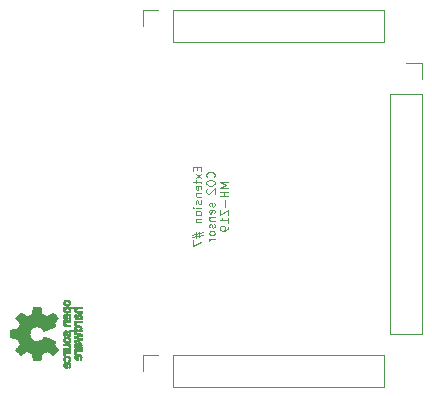
<source format=gbo>
G04 #@! TF.FileFunction,Legend,Bot*
%FSLAX46Y46*%
G04 Gerber Fmt 4.6, Leading zero omitted, Abs format (unit mm)*
G04 Created by KiCad (PCBNEW 4.0.7-e2-6376~58~ubuntu17.04.1) date Wed Oct  4 01:23:29 2017*
%MOMM*%
%LPD*%
G01*
G04 APERTURE LIST*
%ADD10C,0.100000*%
%ADD11C,0.010000*%
%ADD12C,0.120000*%
G04 APERTURE END LIST*
D10*
X161995000Y-103396668D02*
X161995000Y-103630001D01*
X162361667Y-103730001D02*
X162361667Y-103396668D01*
X161661667Y-103396668D01*
X161661667Y-103730001D01*
X162361667Y-103963334D02*
X161895000Y-104330001D01*
X161895000Y-103963334D02*
X162361667Y-104330001D01*
X161895000Y-104496668D02*
X161895000Y-104763334D01*
X161661667Y-104596668D02*
X162261667Y-104596668D01*
X162328333Y-104630001D01*
X162361667Y-104696668D01*
X162361667Y-104763334D01*
X162328333Y-105263334D02*
X162361667Y-105196668D01*
X162361667Y-105063334D01*
X162328333Y-104996668D01*
X162261667Y-104963334D01*
X161995000Y-104963334D01*
X161928333Y-104996668D01*
X161895000Y-105063334D01*
X161895000Y-105196668D01*
X161928333Y-105263334D01*
X161995000Y-105296668D01*
X162061667Y-105296668D01*
X162128333Y-104963334D01*
X161895000Y-105596668D02*
X162361667Y-105596668D01*
X161961667Y-105596668D02*
X161928333Y-105630001D01*
X161895000Y-105696668D01*
X161895000Y-105796668D01*
X161928333Y-105863334D01*
X161995000Y-105896668D01*
X162361667Y-105896668D01*
X162328333Y-106196667D02*
X162361667Y-106263334D01*
X162361667Y-106396667D01*
X162328333Y-106463334D01*
X162261667Y-106496667D01*
X162228333Y-106496667D01*
X162161667Y-106463334D01*
X162128333Y-106396667D01*
X162128333Y-106296667D01*
X162095000Y-106230001D01*
X162028333Y-106196667D01*
X161995000Y-106196667D01*
X161928333Y-106230001D01*
X161895000Y-106296667D01*
X161895000Y-106396667D01*
X161928333Y-106463334D01*
X162361667Y-106796668D02*
X161895000Y-106796668D01*
X161661667Y-106796668D02*
X161695000Y-106763334D01*
X161728333Y-106796668D01*
X161695000Y-106830001D01*
X161661667Y-106796668D01*
X161728333Y-106796668D01*
X162361667Y-107230001D02*
X162328333Y-107163334D01*
X162295000Y-107130001D01*
X162228333Y-107096667D01*
X162028333Y-107096667D01*
X161961667Y-107130001D01*
X161928333Y-107163334D01*
X161895000Y-107230001D01*
X161895000Y-107330001D01*
X161928333Y-107396667D01*
X161961667Y-107430001D01*
X162028333Y-107463334D01*
X162228333Y-107463334D01*
X162295000Y-107430001D01*
X162328333Y-107396667D01*
X162361667Y-107330001D01*
X162361667Y-107230001D01*
X161895000Y-107763334D02*
X162361667Y-107763334D01*
X161961667Y-107763334D02*
X161928333Y-107796667D01*
X161895000Y-107863334D01*
X161895000Y-107963334D01*
X161928333Y-108030000D01*
X161995000Y-108063334D01*
X162361667Y-108063334D01*
X161895000Y-108896666D02*
X161895000Y-109396666D01*
X161595000Y-109096666D02*
X162495000Y-108896666D01*
X162195000Y-109330000D02*
X162195000Y-108830000D01*
X162495000Y-109130000D02*
X161595000Y-109330000D01*
X161661667Y-109563333D02*
X161661667Y-110030000D01*
X162361667Y-109730000D01*
X163445000Y-104213334D02*
X163478333Y-104180000D01*
X163511667Y-104080000D01*
X163511667Y-104013334D01*
X163478333Y-103913334D01*
X163411667Y-103846667D01*
X163345000Y-103813334D01*
X163211667Y-103780000D01*
X163111667Y-103780000D01*
X162978333Y-103813334D01*
X162911667Y-103846667D01*
X162845000Y-103913334D01*
X162811667Y-104013334D01*
X162811667Y-104080000D01*
X162845000Y-104180000D01*
X162878333Y-104213334D01*
X162811667Y-104646667D02*
X162811667Y-104780000D01*
X162845000Y-104846667D01*
X162911667Y-104913334D01*
X163045000Y-104946667D01*
X163278333Y-104946667D01*
X163411667Y-104913334D01*
X163478333Y-104846667D01*
X163511667Y-104780000D01*
X163511667Y-104646667D01*
X163478333Y-104580000D01*
X163411667Y-104513334D01*
X163278333Y-104480000D01*
X163045000Y-104480000D01*
X162911667Y-104513334D01*
X162845000Y-104580000D01*
X162811667Y-104646667D01*
X162878333Y-105213333D02*
X162845000Y-105246667D01*
X162811667Y-105313333D01*
X162811667Y-105480000D01*
X162845000Y-105546667D01*
X162878333Y-105580000D01*
X162945000Y-105613333D01*
X163011667Y-105613333D01*
X163111667Y-105580000D01*
X163511667Y-105180000D01*
X163511667Y-105613333D01*
X163478333Y-106413333D02*
X163511667Y-106480000D01*
X163511667Y-106613333D01*
X163478333Y-106680000D01*
X163411667Y-106713333D01*
X163378333Y-106713333D01*
X163311667Y-106680000D01*
X163278333Y-106613333D01*
X163278333Y-106513333D01*
X163245000Y-106446667D01*
X163178333Y-106413333D01*
X163145000Y-106413333D01*
X163078333Y-106446667D01*
X163045000Y-106513333D01*
X163045000Y-106613333D01*
X163078333Y-106680000D01*
X163478333Y-107280000D02*
X163511667Y-107213334D01*
X163511667Y-107080000D01*
X163478333Y-107013334D01*
X163411667Y-106980000D01*
X163145000Y-106980000D01*
X163078333Y-107013334D01*
X163045000Y-107080000D01*
X163045000Y-107213334D01*
X163078333Y-107280000D01*
X163145000Y-107313334D01*
X163211667Y-107313334D01*
X163278333Y-106980000D01*
X163045000Y-107613334D02*
X163511667Y-107613334D01*
X163111667Y-107613334D02*
X163078333Y-107646667D01*
X163045000Y-107713334D01*
X163045000Y-107813334D01*
X163078333Y-107880000D01*
X163145000Y-107913334D01*
X163511667Y-107913334D01*
X163478333Y-108213333D02*
X163511667Y-108280000D01*
X163511667Y-108413333D01*
X163478333Y-108480000D01*
X163411667Y-108513333D01*
X163378333Y-108513333D01*
X163311667Y-108480000D01*
X163278333Y-108413333D01*
X163278333Y-108313333D01*
X163245000Y-108246667D01*
X163178333Y-108213333D01*
X163145000Y-108213333D01*
X163078333Y-108246667D01*
X163045000Y-108313333D01*
X163045000Y-108413333D01*
X163078333Y-108480000D01*
X163511667Y-108913334D02*
X163478333Y-108846667D01*
X163445000Y-108813334D01*
X163378333Y-108780000D01*
X163178333Y-108780000D01*
X163111667Y-108813334D01*
X163078333Y-108846667D01*
X163045000Y-108913334D01*
X163045000Y-109013334D01*
X163078333Y-109080000D01*
X163111667Y-109113334D01*
X163178333Y-109146667D01*
X163378333Y-109146667D01*
X163445000Y-109113334D01*
X163478333Y-109080000D01*
X163511667Y-109013334D01*
X163511667Y-108913334D01*
X163511667Y-109446667D02*
X163045000Y-109446667D01*
X163178333Y-109446667D02*
X163111667Y-109480000D01*
X163078333Y-109513333D01*
X163045000Y-109580000D01*
X163045000Y-109646667D01*
X164661667Y-104646667D02*
X163961667Y-104646667D01*
X164461667Y-104880000D01*
X163961667Y-105113333D01*
X164661667Y-105113333D01*
X164661667Y-105446667D02*
X163961667Y-105446667D01*
X164295000Y-105446667D02*
X164295000Y-105846667D01*
X164661667Y-105846667D02*
X163961667Y-105846667D01*
X164395000Y-106180000D02*
X164395000Y-106713333D01*
X163961667Y-106980000D02*
X163961667Y-107446667D01*
X164661667Y-106980000D01*
X164661667Y-107446667D01*
X164661667Y-108080000D02*
X164661667Y-107680000D01*
X164661667Y-107880000D02*
X163961667Y-107880000D01*
X164061667Y-107813334D01*
X164128333Y-107746667D01*
X164161667Y-107680000D01*
X164661667Y-108413334D02*
X164661667Y-108546667D01*
X164628333Y-108613334D01*
X164595000Y-108646667D01*
X164495000Y-108713334D01*
X164361667Y-108746667D01*
X164095000Y-108746667D01*
X164028333Y-108713334D01*
X163995000Y-108680001D01*
X163961667Y-108613334D01*
X163961667Y-108480001D01*
X163995000Y-108413334D01*
X164028333Y-108380001D01*
X164095000Y-108346667D01*
X164261667Y-108346667D01*
X164328333Y-108380001D01*
X164361667Y-108413334D01*
X164395000Y-108480001D01*
X164395000Y-108613334D01*
X164361667Y-108680001D01*
X164328333Y-108713334D01*
X164261667Y-108746667D01*
D11*
G36*
X150694184Y-115566241D02*
X150707282Y-115592753D01*
X150730106Y-115625447D01*
X150754996Y-115649275D01*
X150786249Y-115665594D01*
X150828166Y-115675760D01*
X150885044Y-115681128D01*
X150961184Y-115683056D01*
X150993917Y-115683169D01*
X151065656Y-115682839D01*
X151116927Y-115681473D01*
X151152404Y-115678500D01*
X151176763Y-115673351D01*
X151194680Y-115665457D01*
X151206902Y-115657243D01*
X151258905Y-115604813D01*
X151290184Y-115543070D01*
X151299592Y-115476464D01*
X151285980Y-115409442D01*
X151276354Y-115388208D01*
X151249859Y-115337376D01*
X151665052Y-115337376D01*
X151645868Y-115374475D01*
X151631025Y-115423357D01*
X151627222Y-115483439D01*
X151634243Y-115543436D01*
X151650013Y-115588744D01*
X151680047Y-115626325D01*
X151723024Y-115658436D01*
X151727436Y-115660850D01*
X151748221Y-115671033D01*
X151769170Y-115678470D01*
X151794548Y-115683589D01*
X151828618Y-115686819D01*
X151875641Y-115688587D01*
X151939882Y-115689323D01*
X152012176Y-115689456D01*
X152242822Y-115689456D01*
X152242822Y-115551139D01*
X151817533Y-115551139D01*
X151784979Y-115512451D01*
X151758940Y-115472262D01*
X151754205Y-115434203D01*
X151766389Y-115395934D01*
X151778320Y-115375538D01*
X151795313Y-115360358D01*
X151820995Y-115349562D01*
X151858991Y-115342317D01*
X151912926Y-115337792D01*
X151986425Y-115335156D01*
X152035347Y-115334228D01*
X152236535Y-115331089D01*
X152240336Y-115265074D01*
X152244136Y-115199060D01*
X150995650Y-115199060D01*
X150995650Y-115337376D01*
X151065254Y-115340903D01*
X151113569Y-115352785D01*
X151143631Y-115374980D01*
X151158471Y-115409441D01*
X151161436Y-115444258D01*
X151158028Y-115483671D01*
X151144617Y-115509829D01*
X151126896Y-115526186D01*
X151107835Y-115539063D01*
X151086601Y-115546728D01*
X151056849Y-115550139D01*
X151012236Y-115550251D01*
X150974880Y-115549103D01*
X150918604Y-115546468D01*
X150881658Y-115542544D01*
X150858223Y-115535937D01*
X150842480Y-115525251D01*
X150833380Y-115515167D01*
X150813537Y-115473030D01*
X150810332Y-115423160D01*
X150817168Y-115394524D01*
X150841464Y-115366172D01*
X150888728Y-115347391D01*
X150958624Y-115338288D01*
X150995650Y-115337376D01*
X150995650Y-115199060D01*
X150683614Y-115199060D01*
X150683614Y-115268218D01*
X150685256Y-115309740D01*
X150691087Y-115331162D01*
X150702461Y-115337374D01*
X150702798Y-115337376D01*
X150713938Y-115340258D01*
X150712673Y-115352970D01*
X150700433Y-115378243D01*
X150681707Y-115437131D01*
X150679739Y-115503385D01*
X150694184Y-115566241D01*
X150694184Y-115566241D01*
G37*
X150694184Y-115566241D02*
X150707282Y-115592753D01*
X150730106Y-115625447D01*
X150754996Y-115649275D01*
X150786249Y-115665594D01*
X150828166Y-115675760D01*
X150885044Y-115681128D01*
X150961184Y-115683056D01*
X150993917Y-115683169D01*
X151065656Y-115682839D01*
X151116927Y-115681473D01*
X151152404Y-115678500D01*
X151176763Y-115673351D01*
X151194680Y-115665457D01*
X151206902Y-115657243D01*
X151258905Y-115604813D01*
X151290184Y-115543070D01*
X151299592Y-115476464D01*
X151285980Y-115409442D01*
X151276354Y-115388208D01*
X151249859Y-115337376D01*
X151665052Y-115337376D01*
X151645868Y-115374475D01*
X151631025Y-115423357D01*
X151627222Y-115483439D01*
X151634243Y-115543436D01*
X151650013Y-115588744D01*
X151680047Y-115626325D01*
X151723024Y-115658436D01*
X151727436Y-115660850D01*
X151748221Y-115671033D01*
X151769170Y-115678470D01*
X151794548Y-115683589D01*
X151828618Y-115686819D01*
X151875641Y-115688587D01*
X151939882Y-115689323D01*
X152012176Y-115689456D01*
X152242822Y-115689456D01*
X152242822Y-115551139D01*
X151817533Y-115551139D01*
X151784979Y-115512451D01*
X151758940Y-115472262D01*
X151754205Y-115434203D01*
X151766389Y-115395934D01*
X151778320Y-115375538D01*
X151795313Y-115360358D01*
X151820995Y-115349562D01*
X151858991Y-115342317D01*
X151912926Y-115337792D01*
X151986425Y-115335156D01*
X152035347Y-115334228D01*
X152236535Y-115331089D01*
X152240336Y-115265074D01*
X152244136Y-115199060D01*
X150995650Y-115199060D01*
X150995650Y-115337376D01*
X151065254Y-115340903D01*
X151113569Y-115352785D01*
X151143631Y-115374980D01*
X151158471Y-115409441D01*
X151161436Y-115444258D01*
X151158028Y-115483671D01*
X151144617Y-115509829D01*
X151126896Y-115526186D01*
X151107835Y-115539063D01*
X151086601Y-115546728D01*
X151056849Y-115550139D01*
X151012236Y-115550251D01*
X150974880Y-115549103D01*
X150918604Y-115546468D01*
X150881658Y-115542544D01*
X150858223Y-115535937D01*
X150842480Y-115525251D01*
X150833380Y-115515167D01*
X150813537Y-115473030D01*
X150810332Y-115423160D01*
X150817168Y-115394524D01*
X150841464Y-115366172D01*
X150888728Y-115347391D01*
X150958624Y-115338288D01*
X150995650Y-115337376D01*
X150995650Y-115199060D01*
X150683614Y-115199060D01*
X150683614Y-115268218D01*
X150685256Y-115309740D01*
X150691087Y-115331162D01*
X150702461Y-115337374D01*
X150702798Y-115337376D01*
X150713938Y-115340258D01*
X150712673Y-115352970D01*
X150700433Y-115378243D01*
X150681707Y-115437131D01*
X150679739Y-115503385D01*
X150694184Y-115566241D01*
G36*
X151631555Y-116090790D02*
X151647339Y-116149945D01*
X151675948Y-116194977D01*
X151713419Y-116226754D01*
X151729411Y-116236634D01*
X151746163Y-116243927D01*
X151767592Y-116249026D01*
X151797616Y-116252321D01*
X151840154Y-116254203D01*
X151899122Y-116255063D01*
X151978440Y-116255293D01*
X151999484Y-116255297D01*
X152242822Y-116255297D01*
X152242822Y-116194941D01*
X152240126Y-116156443D01*
X152233295Y-116127977D01*
X152229083Y-116120845D01*
X152221813Y-116101348D01*
X152229083Y-116081434D01*
X152238160Y-116048647D01*
X152241813Y-116001022D01*
X152240228Y-115948236D01*
X152233589Y-115899964D01*
X152225072Y-115871782D01*
X152190063Y-115817247D01*
X152141479Y-115783165D01*
X152076882Y-115767843D01*
X152075223Y-115767701D01*
X152046566Y-115769045D01*
X152046566Y-115890644D01*
X152079161Y-115901274D01*
X152097505Y-115918590D01*
X152111379Y-115953348D01*
X152116917Y-115999227D01*
X152114191Y-116046012D01*
X152103274Y-116083486D01*
X152096269Y-116093985D01*
X152063904Y-116112332D01*
X152027111Y-116116980D01*
X151978763Y-116116980D01*
X151978763Y-116047418D01*
X151983850Y-115981333D01*
X151998263Y-115931236D01*
X152020729Y-115900071D01*
X152046566Y-115890644D01*
X152046566Y-115769045D01*
X152004647Y-115771013D01*
X151948845Y-115794290D01*
X151906647Y-115838052D01*
X151902808Y-115844101D01*
X151890309Y-115870093D01*
X151882740Y-115902265D01*
X151879061Y-115947240D01*
X151878216Y-116000669D01*
X151878169Y-116116980D01*
X151829411Y-116116980D01*
X151791581Y-116112047D01*
X151766236Y-116099457D01*
X151764887Y-116097983D01*
X151753800Y-116069966D01*
X151749503Y-116027674D01*
X151751615Y-115980936D01*
X151759756Y-115939582D01*
X151771965Y-115915043D01*
X151781746Y-115901747D01*
X151783613Y-115887706D01*
X151775600Y-115868329D01*
X151755739Y-115839024D01*
X151722063Y-115795197D01*
X151718909Y-115791175D01*
X151707236Y-115793236D01*
X151687822Y-115810432D01*
X151666248Y-115836567D01*
X151648096Y-115865448D01*
X151643809Y-115874522D01*
X151635256Y-115907620D01*
X151629155Y-115956120D01*
X151626708Y-116010305D01*
X151626703Y-116012839D01*
X151631555Y-116090790D01*
X151631555Y-116090790D01*
G37*
X151631555Y-116090790D02*
X151647339Y-116149945D01*
X151675948Y-116194977D01*
X151713419Y-116226754D01*
X151729411Y-116236634D01*
X151746163Y-116243927D01*
X151767592Y-116249026D01*
X151797616Y-116252321D01*
X151840154Y-116254203D01*
X151899122Y-116255063D01*
X151978440Y-116255293D01*
X151999484Y-116255297D01*
X152242822Y-116255297D01*
X152242822Y-116194941D01*
X152240126Y-116156443D01*
X152233295Y-116127977D01*
X152229083Y-116120845D01*
X152221813Y-116101348D01*
X152229083Y-116081434D01*
X152238160Y-116048647D01*
X152241813Y-116001022D01*
X152240228Y-115948236D01*
X152233589Y-115899964D01*
X152225072Y-115871782D01*
X152190063Y-115817247D01*
X152141479Y-115783165D01*
X152076882Y-115767843D01*
X152075223Y-115767701D01*
X152046566Y-115769045D01*
X152046566Y-115890644D01*
X152079161Y-115901274D01*
X152097505Y-115918590D01*
X152111379Y-115953348D01*
X152116917Y-115999227D01*
X152114191Y-116046012D01*
X152103274Y-116083486D01*
X152096269Y-116093985D01*
X152063904Y-116112332D01*
X152027111Y-116116980D01*
X151978763Y-116116980D01*
X151978763Y-116047418D01*
X151983850Y-115981333D01*
X151998263Y-115931236D01*
X152020729Y-115900071D01*
X152046566Y-115890644D01*
X152046566Y-115769045D01*
X152004647Y-115771013D01*
X151948845Y-115794290D01*
X151906647Y-115838052D01*
X151902808Y-115844101D01*
X151890309Y-115870093D01*
X151882740Y-115902265D01*
X151879061Y-115947240D01*
X151878216Y-116000669D01*
X151878169Y-116116980D01*
X151829411Y-116116980D01*
X151791581Y-116112047D01*
X151766236Y-116099457D01*
X151764887Y-116097983D01*
X151753800Y-116069966D01*
X151749503Y-116027674D01*
X151751615Y-115980936D01*
X151759756Y-115939582D01*
X151771965Y-115915043D01*
X151781746Y-115901747D01*
X151783613Y-115887706D01*
X151775600Y-115868329D01*
X151755739Y-115839024D01*
X151722063Y-115795197D01*
X151718909Y-115791175D01*
X151707236Y-115793236D01*
X151687822Y-115810432D01*
X151666248Y-115836567D01*
X151648096Y-115865448D01*
X151643809Y-115874522D01*
X151635256Y-115907620D01*
X151629155Y-115956120D01*
X151626708Y-116010305D01*
X151626703Y-116012839D01*
X151631555Y-116090790D01*
G36*
X151628020Y-116481644D02*
X151633660Y-116500461D01*
X151646053Y-116506527D01*
X151651647Y-116506782D01*
X151667230Y-116507871D01*
X151669676Y-116515368D01*
X151658993Y-116535619D01*
X151651694Y-116547649D01*
X151636063Y-116585600D01*
X151628334Y-116630928D01*
X151627740Y-116678456D01*
X151633513Y-116723005D01*
X151644884Y-116759398D01*
X151661088Y-116782457D01*
X151681355Y-116787004D01*
X151686843Y-116784709D01*
X151709626Y-116767980D01*
X151737647Y-116742037D01*
X151742177Y-116737345D01*
X151763005Y-116712617D01*
X151769735Y-116691282D01*
X151765038Y-116661445D01*
X151761917Y-116649492D01*
X151754421Y-116612295D01*
X151757792Y-116586141D01*
X151769681Y-116564054D01*
X151785635Y-116543822D01*
X151805700Y-116528921D01*
X151833702Y-116518566D01*
X151873467Y-116511971D01*
X151928823Y-116508351D01*
X152003594Y-116506922D01*
X152048740Y-116506782D01*
X152242822Y-116506782D01*
X152242822Y-116381040D01*
X151626683Y-116381040D01*
X151626683Y-116443911D01*
X151628020Y-116481644D01*
X151628020Y-116481644D01*
G37*
X151628020Y-116481644D02*
X151633660Y-116500461D01*
X151646053Y-116506527D01*
X151651647Y-116506782D01*
X151667230Y-116507871D01*
X151669676Y-116515368D01*
X151658993Y-116535619D01*
X151651694Y-116547649D01*
X151636063Y-116585600D01*
X151628334Y-116630928D01*
X151627740Y-116678456D01*
X151633513Y-116723005D01*
X151644884Y-116759398D01*
X151661088Y-116782457D01*
X151681355Y-116787004D01*
X151686843Y-116784709D01*
X151709626Y-116767980D01*
X151737647Y-116742037D01*
X151742177Y-116737345D01*
X151763005Y-116712617D01*
X151769735Y-116691282D01*
X151765038Y-116661445D01*
X151761917Y-116649492D01*
X151754421Y-116612295D01*
X151757792Y-116586141D01*
X151769681Y-116564054D01*
X151785635Y-116543822D01*
X151805700Y-116528921D01*
X151833702Y-116518566D01*
X151873467Y-116511971D01*
X151928823Y-116508351D01*
X152003594Y-116506922D01*
X152048740Y-116506782D01*
X152242822Y-116506782D01*
X152242822Y-116381040D01*
X151626683Y-116381040D01*
X151626683Y-116443911D01*
X151628020Y-116481644D01*
G36*
X152242822Y-117273812D02*
X152242822Y-117204654D01*
X152241645Y-117164512D01*
X152236772Y-117143606D01*
X152226186Y-117136078D01*
X152219029Y-117135495D01*
X152204676Y-117134226D01*
X152201923Y-117126221D01*
X152210771Y-117105185D01*
X152219029Y-117088827D01*
X152238597Y-117026023D01*
X152239729Y-116957752D01*
X152225135Y-116902248D01*
X152189877Y-116850562D01*
X152137835Y-116811162D01*
X152076450Y-116789587D01*
X152073018Y-116789038D01*
X152035571Y-116785833D01*
X151981813Y-116784239D01*
X151941155Y-116784367D01*
X151941155Y-116921721D01*
X151995194Y-116924903D01*
X152039735Y-116932141D01*
X152064888Y-116941940D01*
X152099260Y-116979011D01*
X152111582Y-117023026D01*
X152101618Y-117068416D01*
X152071895Y-117107203D01*
X152051905Y-117121892D01*
X152028050Y-117130481D01*
X151993230Y-117134504D01*
X151940930Y-117135495D01*
X151889139Y-117133722D01*
X151843634Y-117129037D01*
X151813181Y-117122397D01*
X151810452Y-117121290D01*
X151778000Y-117094509D01*
X151760183Y-117055421D01*
X151757306Y-117011685D01*
X151769674Y-116970962D01*
X151797593Y-116940913D01*
X151803148Y-116937796D01*
X151837022Y-116928039D01*
X151885728Y-116922723D01*
X151941155Y-116921721D01*
X151941155Y-116784367D01*
X151920540Y-116784432D01*
X151887563Y-116785336D01*
X151805981Y-116791486D01*
X151744730Y-116804267D01*
X151699449Y-116825529D01*
X151665779Y-116857122D01*
X151646014Y-116887793D01*
X151632120Y-116930646D01*
X151627354Y-116983944D01*
X151631236Y-117038520D01*
X151643282Y-117085208D01*
X151657693Y-117109876D01*
X151680878Y-117135495D01*
X151387773Y-117135495D01*
X151387773Y-117273812D01*
X152242822Y-117273812D01*
X152242822Y-117273812D01*
G37*
X152242822Y-117273812D02*
X152242822Y-117204654D01*
X152241645Y-117164512D01*
X152236772Y-117143606D01*
X152226186Y-117136078D01*
X152219029Y-117135495D01*
X152204676Y-117134226D01*
X152201923Y-117126221D01*
X152210771Y-117105185D01*
X152219029Y-117088827D01*
X152238597Y-117026023D01*
X152239729Y-116957752D01*
X152225135Y-116902248D01*
X152189877Y-116850562D01*
X152137835Y-116811162D01*
X152076450Y-116789587D01*
X152073018Y-116789038D01*
X152035571Y-116785833D01*
X151981813Y-116784239D01*
X151941155Y-116784367D01*
X151941155Y-116921721D01*
X151995194Y-116924903D01*
X152039735Y-116932141D01*
X152064888Y-116941940D01*
X152099260Y-116979011D01*
X152111582Y-117023026D01*
X152101618Y-117068416D01*
X152071895Y-117107203D01*
X152051905Y-117121892D01*
X152028050Y-117130481D01*
X151993230Y-117134504D01*
X151940930Y-117135495D01*
X151889139Y-117133722D01*
X151843634Y-117129037D01*
X151813181Y-117122397D01*
X151810452Y-117121290D01*
X151778000Y-117094509D01*
X151760183Y-117055421D01*
X151757306Y-117011685D01*
X151769674Y-116970962D01*
X151797593Y-116940913D01*
X151803148Y-116937796D01*
X151837022Y-116928039D01*
X151885728Y-116922723D01*
X151941155Y-116921721D01*
X151941155Y-116784367D01*
X151920540Y-116784432D01*
X151887563Y-116785336D01*
X151805981Y-116791486D01*
X151744730Y-116804267D01*
X151699449Y-116825529D01*
X151665779Y-116857122D01*
X151646014Y-116887793D01*
X151632120Y-116930646D01*
X151627354Y-116983944D01*
X151631236Y-117038520D01*
X151643282Y-117085208D01*
X151657693Y-117109876D01*
X151680878Y-117135495D01*
X151387773Y-117135495D01*
X151387773Y-117273812D01*
X152242822Y-117273812D01*
G36*
X151629237Y-117756524D02*
X151632971Y-117806255D01*
X152022773Y-117936291D01*
X151953614Y-117956678D01*
X151910874Y-117968946D01*
X151853115Y-117985085D01*
X151789625Y-118002512D01*
X151755570Y-118011726D01*
X151626683Y-118046388D01*
X151626683Y-118189391D01*
X151761857Y-118146646D01*
X151828342Y-118125596D01*
X151908539Y-118100167D01*
X151992193Y-118073610D01*
X152066782Y-118049902D01*
X152236535Y-117995902D01*
X152240328Y-117937598D01*
X152244122Y-117879295D01*
X152139734Y-117847679D01*
X152074889Y-117828182D01*
X152003400Y-117806904D01*
X151940263Y-117788308D01*
X151937750Y-117787574D01*
X151894969Y-117773684D01*
X151865779Y-117761429D01*
X151854741Y-117752846D01*
X151856018Y-117751082D01*
X151873130Y-117744891D01*
X151909787Y-117733128D01*
X151961378Y-117717225D01*
X152023294Y-117698614D01*
X152057352Y-117688543D01*
X152242822Y-117634007D01*
X152242822Y-117518264D01*
X151950471Y-117425737D01*
X151868462Y-117399744D01*
X151793987Y-117376066D01*
X151730544Y-117355820D01*
X151681632Y-117340126D01*
X151650749Y-117330102D01*
X151641726Y-117327055D01*
X151632487Y-117329467D01*
X151628441Y-117348408D01*
X151628846Y-117387823D01*
X151629152Y-117393993D01*
X151632971Y-117467086D01*
X151809010Y-117514957D01*
X151873211Y-117532553D01*
X151929649Y-117548277D01*
X151973422Y-117560746D01*
X151999630Y-117568574D01*
X152003903Y-117570020D01*
X151998990Y-117576014D01*
X151973532Y-117588101D01*
X151930997Y-117604893D01*
X151874850Y-117625003D01*
X151824130Y-117642003D01*
X151625504Y-117706794D01*
X151629237Y-117756524D01*
X151629237Y-117756524D01*
G37*
X151629237Y-117756524D02*
X151632971Y-117806255D01*
X152022773Y-117936291D01*
X151953614Y-117956678D01*
X151910874Y-117968946D01*
X151853115Y-117985085D01*
X151789625Y-118002512D01*
X151755570Y-118011726D01*
X151626683Y-118046388D01*
X151626683Y-118189391D01*
X151761857Y-118146646D01*
X151828342Y-118125596D01*
X151908539Y-118100167D01*
X151992193Y-118073610D01*
X152066782Y-118049902D01*
X152236535Y-117995902D01*
X152240328Y-117937598D01*
X152244122Y-117879295D01*
X152139734Y-117847679D01*
X152074889Y-117828182D01*
X152003400Y-117806904D01*
X151940263Y-117788308D01*
X151937750Y-117787574D01*
X151894969Y-117773684D01*
X151865779Y-117761429D01*
X151854741Y-117752846D01*
X151856018Y-117751082D01*
X151873130Y-117744891D01*
X151909787Y-117733128D01*
X151961378Y-117717225D01*
X152023294Y-117698614D01*
X152057352Y-117688543D01*
X152242822Y-117634007D01*
X152242822Y-117518264D01*
X151950471Y-117425737D01*
X151868462Y-117399744D01*
X151793987Y-117376066D01*
X151730544Y-117355820D01*
X151681632Y-117340126D01*
X151650749Y-117330102D01*
X151641726Y-117327055D01*
X151632487Y-117329467D01*
X151628441Y-117348408D01*
X151628846Y-117387823D01*
X151629152Y-117393993D01*
X151632971Y-117467086D01*
X151809010Y-117514957D01*
X151873211Y-117532553D01*
X151929649Y-117548277D01*
X151973422Y-117560746D01*
X151999630Y-117568574D01*
X152003903Y-117570020D01*
X151998990Y-117576014D01*
X151973532Y-117588101D01*
X151930997Y-117604893D01*
X151874850Y-117625003D01*
X151824130Y-117642003D01*
X151625504Y-117706794D01*
X151629237Y-117756524D01*
G36*
X151630417Y-118513411D02*
X151643290Y-118566411D01*
X151650110Y-118581731D01*
X151667974Y-118611428D01*
X151688093Y-118634220D01*
X151713962Y-118651083D01*
X151749073Y-118662998D01*
X151796920Y-118670942D01*
X151860996Y-118675894D01*
X151944794Y-118678831D01*
X152000768Y-118679947D01*
X152242822Y-118684052D01*
X152242822Y-118613932D01*
X152241038Y-118571393D01*
X152234942Y-118549476D01*
X152224706Y-118543812D01*
X152213637Y-118540821D01*
X152215754Y-118527451D01*
X152224629Y-118509233D01*
X152238233Y-118463624D01*
X152241899Y-118405007D01*
X152235903Y-118343354D01*
X152220521Y-118288638D01*
X152218386Y-118283730D01*
X152183255Y-118233723D01*
X152134419Y-118200756D01*
X152077333Y-118185587D01*
X152056824Y-118186746D01*
X152056824Y-118310508D01*
X152084425Y-118321413D01*
X152104204Y-118353745D01*
X152114819Y-118405910D01*
X152116228Y-118433787D01*
X152112620Y-118480247D01*
X152098597Y-118511129D01*
X152091931Y-118518664D01*
X152055666Y-118539076D01*
X152022773Y-118543812D01*
X151978763Y-118543812D01*
X151978763Y-118482513D01*
X151982395Y-118411256D01*
X151993818Y-118361276D01*
X152013824Y-118329696D01*
X152022743Y-118322626D01*
X152056824Y-118310508D01*
X152056824Y-118186746D01*
X152017456Y-118188971D01*
X151960244Y-118211663D01*
X151921580Y-118242624D01*
X151904864Y-118261376D01*
X151893878Y-118279733D01*
X151887180Y-118303619D01*
X151883326Y-118338957D01*
X151880873Y-118391669D01*
X151880168Y-118412577D01*
X151875879Y-118543812D01*
X151836158Y-118543620D01*
X151794405Y-118538537D01*
X151769158Y-118520162D01*
X151753030Y-118483039D01*
X151752742Y-118482043D01*
X151746400Y-118429410D01*
X151754684Y-118377906D01*
X151774827Y-118339630D01*
X151784773Y-118324272D01*
X151783397Y-118307730D01*
X151768987Y-118282275D01*
X151758817Y-118267328D01*
X151737088Y-118238091D01*
X151720800Y-118219980D01*
X151716137Y-118217074D01*
X151692005Y-118229040D01*
X151663185Y-118264396D01*
X151653461Y-118279753D01*
X151636714Y-118323901D01*
X151627227Y-118383398D01*
X151625095Y-118449487D01*
X151630417Y-118513411D01*
X151630417Y-118513411D01*
G37*
X151630417Y-118513411D02*
X151643290Y-118566411D01*
X151650110Y-118581731D01*
X151667974Y-118611428D01*
X151688093Y-118634220D01*
X151713962Y-118651083D01*
X151749073Y-118662998D01*
X151796920Y-118670942D01*
X151860996Y-118675894D01*
X151944794Y-118678831D01*
X152000768Y-118679947D01*
X152242822Y-118684052D01*
X152242822Y-118613932D01*
X152241038Y-118571393D01*
X152234942Y-118549476D01*
X152224706Y-118543812D01*
X152213637Y-118540821D01*
X152215754Y-118527451D01*
X152224629Y-118509233D01*
X152238233Y-118463624D01*
X152241899Y-118405007D01*
X152235903Y-118343354D01*
X152220521Y-118288638D01*
X152218386Y-118283730D01*
X152183255Y-118233723D01*
X152134419Y-118200756D01*
X152077333Y-118185587D01*
X152056824Y-118186746D01*
X152056824Y-118310508D01*
X152084425Y-118321413D01*
X152104204Y-118353745D01*
X152114819Y-118405910D01*
X152116228Y-118433787D01*
X152112620Y-118480247D01*
X152098597Y-118511129D01*
X152091931Y-118518664D01*
X152055666Y-118539076D01*
X152022773Y-118543812D01*
X151978763Y-118543812D01*
X151978763Y-118482513D01*
X151982395Y-118411256D01*
X151993818Y-118361276D01*
X152013824Y-118329696D01*
X152022743Y-118322626D01*
X152056824Y-118310508D01*
X152056824Y-118186746D01*
X152017456Y-118188971D01*
X151960244Y-118211663D01*
X151921580Y-118242624D01*
X151904864Y-118261376D01*
X151893878Y-118279733D01*
X151887180Y-118303619D01*
X151883326Y-118338957D01*
X151880873Y-118391669D01*
X151880168Y-118412577D01*
X151875879Y-118543812D01*
X151836158Y-118543620D01*
X151794405Y-118538537D01*
X151769158Y-118520162D01*
X151753030Y-118483039D01*
X151752742Y-118482043D01*
X151746400Y-118429410D01*
X151754684Y-118377906D01*
X151774827Y-118339630D01*
X151784773Y-118324272D01*
X151783397Y-118307730D01*
X151768987Y-118282275D01*
X151758817Y-118267328D01*
X151737088Y-118238091D01*
X151720800Y-118219980D01*
X151716137Y-118217074D01*
X151692005Y-118229040D01*
X151663185Y-118264396D01*
X151653461Y-118279753D01*
X151636714Y-118323901D01*
X151627227Y-118383398D01*
X151625095Y-118449487D01*
X151630417Y-118513411D01*
G36*
X151626486Y-119110255D02*
X151636015Y-119158595D01*
X151650125Y-119186114D01*
X151673568Y-119215064D01*
X151725571Y-119173876D01*
X151757064Y-119148482D01*
X151772428Y-119131238D01*
X151774776Y-119114102D01*
X151767217Y-119089027D01*
X151762941Y-119077257D01*
X151756631Y-119029270D01*
X151770156Y-118985324D01*
X151800710Y-118953060D01*
X151810452Y-118947819D01*
X151836258Y-118942112D01*
X151883817Y-118937706D01*
X151949758Y-118934811D01*
X152030710Y-118933631D01*
X152042226Y-118933614D01*
X152242822Y-118933614D01*
X152242822Y-118795297D01*
X151626683Y-118795297D01*
X151626683Y-118864456D01*
X151627725Y-118904333D01*
X151632358Y-118925107D01*
X151642849Y-118932789D01*
X151652745Y-118933614D01*
X151678806Y-118933614D01*
X151652745Y-118966745D01*
X151634965Y-119004735D01*
X151626174Y-119055770D01*
X151626486Y-119110255D01*
X151626486Y-119110255D01*
G37*
X151626486Y-119110255D02*
X151636015Y-119158595D01*
X151650125Y-119186114D01*
X151673568Y-119215064D01*
X151725571Y-119173876D01*
X151757064Y-119148482D01*
X151772428Y-119131238D01*
X151774776Y-119114102D01*
X151767217Y-119089027D01*
X151762941Y-119077257D01*
X151756631Y-119029270D01*
X151770156Y-118985324D01*
X151800710Y-118953060D01*
X151810452Y-118947819D01*
X151836258Y-118942112D01*
X151883817Y-118937706D01*
X151949758Y-118934811D01*
X152030710Y-118933631D01*
X152042226Y-118933614D01*
X152242822Y-118933614D01*
X152242822Y-118795297D01*
X151626683Y-118795297D01*
X151626683Y-118864456D01*
X151627725Y-118904333D01*
X151632358Y-118925107D01*
X151642849Y-118932789D01*
X151652745Y-118933614D01*
X151678806Y-118933614D01*
X151652745Y-118966745D01*
X151634965Y-119004735D01*
X151626174Y-119055770D01*
X151626486Y-119110255D01*
G36*
X151629970Y-119507581D02*
X151645597Y-119567685D01*
X151677848Y-119618021D01*
X151701940Y-119642393D01*
X151758895Y-119682345D01*
X151824965Y-119705242D01*
X151906182Y-119713108D01*
X151912748Y-119713148D01*
X151978763Y-119713218D01*
X151978763Y-119333264D01*
X152013342Y-119341363D01*
X152044659Y-119355987D01*
X152077291Y-119381581D01*
X152082500Y-119386935D01*
X152110694Y-119432943D01*
X152115475Y-119485410D01*
X152096926Y-119545803D01*
X152091931Y-119556040D01*
X152076745Y-119587439D01*
X152068094Y-119608470D01*
X152067293Y-119612139D01*
X152075063Y-119624948D01*
X152094072Y-119649378D01*
X152104460Y-119661779D01*
X152128321Y-119687476D01*
X152144077Y-119695915D01*
X152158571Y-119690058D01*
X152162534Y-119686928D01*
X152179879Y-119665725D01*
X152200959Y-119630738D01*
X152213265Y-119606337D01*
X152234946Y-119537072D01*
X152241971Y-119460388D01*
X152233647Y-119387765D01*
X152227686Y-119367426D01*
X152193952Y-119304476D01*
X152142045Y-119257815D01*
X152071459Y-119227173D01*
X151981692Y-119212282D01*
X151934753Y-119210647D01*
X151866413Y-119215421D01*
X151866413Y-119335990D01*
X151871465Y-119347652D01*
X151875429Y-119378998D01*
X151877768Y-119424571D01*
X151878169Y-119455446D01*
X151877783Y-119510981D01*
X151875975Y-119546033D01*
X151871773Y-119565262D01*
X151864203Y-119573330D01*
X151853218Y-119574901D01*
X151819381Y-119564121D01*
X151785940Y-119536980D01*
X151760272Y-119501277D01*
X151749772Y-119465560D01*
X151759086Y-119417048D01*
X151786013Y-119375053D01*
X151824827Y-119345936D01*
X151866413Y-119335990D01*
X151866413Y-119215421D01*
X151835236Y-119217599D01*
X151755949Y-119239055D01*
X151696263Y-119275470D01*
X151655549Y-119327297D01*
X151633179Y-119394990D01*
X151628871Y-119431662D01*
X151629970Y-119507581D01*
X151629970Y-119507581D01*
G37*
X151629970Y-119507581D02*
X151645597Y-119567685D01*
X151677848Y-119618021D01*
X151701940Y-119642393D01*
X151758895Y-119682345D01*
X151824965Y-119705242D01*
X151906182Y-119713108D01*
X151912748Y-119713148D01*
X151978763Y-119713218D01*
X151978763Y-119333264D01*
X152013342Y-119341363D01*
X152044659Y-119355987D01*
X152077291Y-119381581D01*
X152082500Y-119386935D01*
X152110694Y-119432943D01*
X152115475Y-119485410D01*
X152096926Y-119545803D01*
X152091931Y-119556040D01*
X152076745Y-119587439D01*
X152068094Y-119608470D01*
X152067293Y-119612139D01*
X152075063Y-119624948D01*
X152094072Y-119649378D01*
X152104460Y-119661779D01*
X152128321Y-119687476D01*
X152144077Y-119695915D01*
X152158571Y-119690058D01*
X152162534Y-119686928D01*
X152179879Y-119665725D01*
X152200959Y-119630738D01*
X152213265Y-119606337D01*
X152234946Y-119537072D01*
X152241971Y-119460388D01*
X152233647Y-119387765D01*
X152227686Y-119367426D01*
X152193952Y-119304476D01*
X152142045Y-119257815D01*
X152071459Y-119227173D01*
X151981692Y-119212282D01*
X151934753Y-119210647D01*
X151866413Y-119215421D01*
X151866413Y-119335990D01*
X151871465Y-119347652D01*
X151875429Y-119378998D01*
X151877768Y-119424571D01*
X151878169Y-119455446D01*
X151877783Y-119510981D01*
X151875975Y-119546033D01*
X151871773Y-119565262D01*
X151864203Y-119573330D01*
X151853218Y-119574901D01*
X151819381Y-119564121D01*
X151785940Y-119536980D01*
X151760272Y-119501277D01*
X151749772Y-119465560D01*
X151759086Y-119417048D01*
X151786013Y-119375053D01*
X151824827Y-119345936D01*
X151866413Y-119335990D01*
X151866413Y-119215421D01*
X151835236Y-119217599D01*
X151755949Y-119239055D01*
X151696263Y-119275470D01*
X151655549Y-119327297D01*
X151633179Y-119394990D01*
X151628871Y-119431662D01*
X151629970Y-119507581D01*
G36*
X150690148Y-114936739D02*
X150719231Y-115002521D01*
X150767793Y-115052460D01*
X150835908Y-115086626D01*
X150923651Y-115105093D01*
X150937351Y-115106417D01*
X151033939Y-115107454D01*
X151118602Y-115094007D01*
X151187221Y-115066892D01*
X151209294Y-115052373D01*
X151256011Y-115001799D01*
X151286268Y-114937391D01*
X151298824Y-114865334D01*
X151292439Y-114791815D01*
X151272772Y-114735928D01*
X151239629Y-114687868D01*
X151196175Y-114648588D01*
X151195158Y-114647908D01*
X151168338Y-114631956D01*
X151141368Y-114621590D01*
X151107332Y-114615312D01*
X151059310Y-114611627D01*
X151019931Y-114610003D01*
X150984219Y-114609328D01*
X150984219Y-114735045D01*
X151019770Y-114736274D01*
X151067094Y-114740734D01*
X151097465Y-114748603D01*
X151119072Y-114762793D01*
X151131694Y-114776083D01*
X151158122Y-114823198D01*
X151161653Y-114872495D01*
X151142639Y-114918407D01*
X151121331Y-114941362D01*
X151099859Y-114957904D01*
X151079313Y-114967579D01*
X151052574Y-114971826D01*
X151012523Y-114972080D01*
X150975638Y-114970772D01*
X150922947Y-114967957D01*
X150888772Y-114963495D01*
X150866480Y-114955452D01*
X150849442Y-114941897D01*
X150839703Y-114931155D01*
X150814123Y-114886223D01*
X150812847Y-114837751D01*
X150827999Y-114797106D01*
X150859642Y-114762433D01*
X150911620Y-114741776D01*
X150984219Y-114735045D01*
X150984219Y-114609328D01*
X150941621Y-114608521D01*
X150883056Y-114611052D01*
X150839007Y-114618638D01*
X150804248Y-114632319D01*
X150773551Y-114653135D01*
X150764436Y-114660853D01*
X150719021Y-114709111D01*
X150692493Y-114760872D01*
X150681379Y-114824172D01*
X150680471Y-114855039D01*
X150690148Y-114936739D01*
X150690148Y-114936739D01*
G37*
X150690148Y-114936739D02*
X150719231Y-115002521D01*
X150767793Y-115052460D01*
X150835908Y-115086626D01*
X150923651Y-115105093D01*
X150937351Y-115106417D01*
X151033939Y-115107454D01*
X151118602Y-115094007D01*
X151187221Y-115066892D01*
X151209294Y-115052373D01*
X151256011Y-115001799D01*
X151286268Y-114937391D01*
X151298824Y-114865334D01*
X151292439Y-114791815D01*
X151272772Y-114735928D01*
X151239629Y-114687868D01*
X151196175Y-114648588D01*
X151195158Y-114647908D01*
X151168338Y-114631956D01*
X151141368Y-114621590D01*
X151107332Y-114615312D01*
X151059310Y-114611627D01*
X151019931Y-114610003D01*
X150984219Y-114609328D01*
X150984219Y-114735045D01*
X151019770Y-114736274D01*
X151067094Y-114740734D01*
X151097465Y-114748603D01*
X151119072Y-114762793D01*
X151131694Y-114776083D01*
X151158122Y-114823198D01*
X151161653Y-114872495D01*
X151142639Y-114918407D01*
X151121331Y-114941362D01*
X151099859Y-114957904D01*
X151079313Y-114967579D01*
X151052574Y-114971826D01*
X151012523Y-114972080D01*
X150975638Y-114970772D01*
X150922947Y-114967957D01*
X150888772Y-114963495D01*
X150866480Y-114955452D01*
X150849442Y-114941897D01*
X150839703Y-114931155D01*
X150814123Y-114886223D01*
X150812847Y-114837751D01*
X150827999Y-114797106D01*
X150859642Y-114762433D01*
X150911620Y-114741776D01*
X150984219Y-114735045D01*
X150984219Y-114609328D01*
X150941621Y-114608521D01*
X150883056Y-114611052D01*
X150839007Y-114618638D01*
X150804248Y-114632319D01*
X150773551Y-114653135D01*
X150764436Y-114660853D01*
X150719021Y-114709111D01*
X150692493Y-114760872D01*
X150681379Y-114824172D01*
X150680471Y-114855039D01*
X150690148Y-114936739D01*
G36*
X150697614Y-116118301D02*
X150703514Y-116130832D01*
X150735283Y-116174201D01*
X150781646Y-116215210D01*
X150832696Y-116245832D01*
X150856166Y-116254541D01*
X150898091Y-116262488D01*
X150948757Y-116267226D01*
X150969679Y-116267801D01*
X151035693Y-116267871D01*
X151035693Y-115887917D01*
X151070273Y-115896017D01*
X151111170Y-115915896D01*
X151146514Y-115950653D01*
X151169282Y-115992002D01*
X151174010Y-116018351D01*
X151168273Y-116054084D01*
X151153882Y-116096718D01*
X151147262Y-116111201D01*
X151120513Y-116164760D01*
X151155376Y-116210467D01*
X151178955Y-116236842D01*
X151198417Y-116250876D01*
X151204129Y-116251586D01*
X151217973Y-116239049D01*
X151239012Y-116211572D01*
X151255425Y-116186634D01*
X151284930Y-116119336D01*
X151298284Y-116043890D01*
X151294812Y-115969112D01*
X151276663Y-115909505D01*
X151237784Y-115848059D01*
X151186595Y-115804392D01*
X151120367Y-115777074D01*
X151036371Y-115764678D01*
X150997936Y-115763579D01*
X150909861Y-115767978D01*
X150907299Y-115768518D01*
X150907299Y-115894418D01*
X150915558Y-115897885D01*
X150920113Y-115912137D01*
X150922065Y-115941530D01*
X150922517Y-115990425D01*
X150922525Y-116009252D01*
X150921843Y-116066533D01*
X150919364Y-116102859D01*
X150914443Y-116122396D01*
X150906434Y-116129310D01*
X150903862Y-116129555D01*
X150883423Y-116121664D01*
X150854789Y-116101915D01*
X150844763Y-116093425D01*
X150816408Y-116061906D01*
X150805259Y-116029051D01*
X150804327Y-116011349D01*
X150815981Y-115963461D01*
X150847285Y-115923301D01*
X150892752Y-115897827D01*
X150894233Y-115897375D01*
X150907299Y-115894418D01*
X150907299Y-115768518D01*
X150840510Y-115782608D01*
X150785025Y-115808962D01*
X150745639Y-115841193D01*
X150702931Y-115900783D01*
X150680109Y-115970832D01*
X150678046Y-116045339D01*
X150697614Y-116118301D01*
X150697614Y-116118301D01*
G37*
X150697614Y-116118301D02*
X150703514Y-116130832D01*
X150735283Y-116174201D01*
X150781646Y-116215210D01*
X150832696Y-116245832D01*
X150856166Y-116254541D01*
X150898091Y-116262488D01*
X150948757Y-116267226D01*
X150969679Y-116267801D01*
X151035693Y-116267871D01*
X151035693Y-115887917D01*
X151070273Y-115896017D01*
X151111170Y-115915896D01*
X151146514Y-115950653D01*
X151169282Y-115992002D01*
X151174010Y-116018351D01*
X151168273Y-116054084D01*
X151153882Y-116096718D01*
X151147262Y-116111201D01*
X151120513Y-116164760D01*
X151155376Y-116210467D01*
X151178955Y-116236842D01*
X151198417Y-116250876D01*
X151204129Y-116251586D01*
X151217973Y-116239049D01*
X151239012Y-116211572D01*
X151255425Y-116186634D01*
X151284930Y-116119336D01*
X151298284Y-116043890D01*
X151294812Y-115969112D01*
X151276663Y-115909505D01*
X151237784Y-115848059D01*
X151186595Y-115804392D01*
X151120367Y-115777074D01*
X151036371Y-115764678D01*
X150997936Y-115763579D01*
X150909861Y-115767978D01*
X150907299Y-115768518D01*
X150907299Y-115894418D01*
X150915558Y-115897885D01*
X150920113Y-115912137D01*
X150922065Y-115941530D01*
X150922517Y-115990425D01*
X150922525Y-116009252D01*
X150921843Y-116066533D01*
X150919364Y-116102859D01*
X150914443Y-116122396D01*
X150906434Y-116129310D01*
X150903862Y-116129555D01*
X150883423Y-116121664D01*
X150854789Y-116101915D01*
X150844763Y-116093425D01*
X150816408Y-116061906D01*
X150805259Y-116029051D01*
X150804327Y-116011349D01*
X150815981Y-115963461D01*
X150847285Y-115923301D01*
X150892752Y-115897827D01*
X150894233Y-115897375D01*
X150907299Y-115894418D01*
X150907299Y-115768518D01*
X150840510Y-115782608D01*
X150785025Y-115808962D01*
X150745639Y-115841193D01*
X150702931Y-115900783D01*
X150680109Y-115970832D01*
X150678046Y-116045339D01*
X150697614Y-116118301D01*
G36*
X150681452Y-117489017D02*
X150690482Y-117536634D01*
X150709370Y-117586034D01*
X150711777Y-117591312D01*
X150731476Y-117628774D01*
X150749781Y-117654717D01*
X150761508Y-117663103D01*
X150780632Y-117655117D01*
X150808850Y-117635720D01*
X150819384Y-117627110D01*
X150860847Y-117591628D01*
X150833858Y-117545885D01*
X150815878Y-117502350D01*
X150806267Y-117452050D01*
X150805660Y-117403812D01*
X150814691Y-117366467D01*
X150820327Y-117357505D01*
X150846171Y-117340437D01*
X150875941Y-117338363D01*
X150899197Y-117351134D01*
X150903708Y-117358688D01*
X150909309Y-117381325D01*
X150915892Y-117421115D01*
X150922183Y-117470166D01*
X150923170Y-117479215D01*
X150936798Y-117557996D01*
X150959946Y-117615136D01*
X150994752Y-117653030D01*
X151043354Y-117674079D01*
X151102718Y-117680635D01*
X151170198Y-117671577D01*
X151223188Y-117642164D01*
X151261783Y-117592278D01*
X151286081Y-117521800D01*
X151295667Y-117443565D01*
X151295552Y-117379766D01*
X151286845Y-117328016D01*
X151274825Y-117292673D01*
X151253880Y-117248017D01*
X151229574Y-117206747D01*
X151218876Y-117192079D01*
X151188084Y-117154357D01*
X151142049Y-117199852D01*
X151096013Y-117245347D01*
X151130243Y-117297072D01*
X151155952Y-117348952D01*
X151169399Y-117404351D01*
X151170818Y-117457605D01*
X151160443Y-117503049D01*
X151138507Y-117535016D01*
X151119998Y-117545338D01*
X151090314Y-117543789D01*
X151067615Y-117518140D01*
X151051940Y-117468460D01*
X151044695Y-117414031D01*
X151030873Y-117330264D01*
X151004796Y-117268033D01*
X150965699Y-117226507D01*
X150912820Y-117204853D01*
X150850126Y-117201853D01*
X150784642Y-117216671D01*
X150735144Y-117250454D01*
X150701408Y-117303505D01*
X150683207Y-117376126D01*
X150679639Y-117429928D01*
X150681452Y-117489017D01*
X150681452Y-117489017D01*
G37*
X150681452Y-117489017D02*
X150690482Y-117536634D01*
X150709370Y-117586034D01*
X150711777Y-117591312D01*
X150731476Y-117628774D01*
X150749781Y-117654717D01*
X150761508Y-117663103D01*
X150780632Y-117655117D01*
X150808850Y-117635720D01*
X150819384Y-117627110D01*
X150860847Y-117591628D01*
X150833858Y-117545885D01*
X150815878Y-117502350D01*
X150806267Y-117452050D01*
X150805660Y-117403812D01*
X150814691Y-117366467D01*
X150820327Y-117357505D01*
X150846171Y-117340437D01*
X150875941Y-117338363D01*
X150899197Y-117351134D01*
X150903708Y-117358688D01*
X150909309Y-117381325D01*
X150915892Y-117421115D01*
X150922183Y-117470166D01*
X150923170Y-117479215D01*
X150936798Y-117557996D01*
X150959946Y-117615136D01*
X150994752Y-117653030D01*
X151043354Y-117674079D01*
X151102718Y-117680635D01*
X151170198Y-117671577D01*
X151223188Y-117642164D01*
X151261783Y-117592278D01*
X151286081Y-117521800D01*
X151295667Y-117443565D01*
X151295552Y-117379766D01*
X151286845Y-117328016D01*
X151274825Y-117292673D01*
X151253880Y-117248017D01*
X151229574Y-117206747D01*
X151218876Y-117192079D01*
X151188084Y-117154357D01*
X151142049Y-117199852D01*
X151096013Y-117245347D01*
X151130243Y-117297072D01*
X151155952Y-117348952D01*
X151169399Y-117404351D01*
X151170818Y-117457605D01*
X151160443Y-117503049D01*
X151138507Y-117535016D01*
X151119998Y-117545338D01*
X151090314Y-117543789D01*
X151067615Y-117518140D01*
X151051940Y-117468460D01*
X151044695Y-117414031D01*
X151030873Y-117330264D01*
X151004796Y-117268033D01*
X150965699Y-117226507D01*
X150912820Y-117204853D01*
X150850126Y-117201853D01*
X150784642Y-117216671D01*
X150735144Y-117250454D01*
X150701408Y-117303505D01*
X150683207Y-117376126D01*
X150679639Y-117429928D01*
X150681452Y-117489017D01*
G36*
X150691055Y-118085762D02*
X150725692Y-118149363D01*
X150780372Y-118199123D01*
X150824842Y-118222568D01*
X150864121Y-118232634D01*
X150920116Y-118239156D01*
X150984621Y-118241951D01*
X151049429Y-118240836D01*
X151106334Y-118235626D01*
X151136727Y-118229541D01*
X151178306Y-118209014D01*
X151222468Y-118173463D01*
X151261087Y-118130619D01*
X151286034Y-118088211D01*
X151286430Y-118087177D01*
X151297331Y-118034553D01*
X151297601Y-117972188D01*
X151287676Y-117912924D01*
X151279722Y-117890040D01*
X151246300Y-117831102D01*
X151202511Y-117788890D01*
X151144538Y-117761156D01*
X151068565Y-117745651D01*
X151028771Y-117742143D01*
X150978766Y-117742590D01*
X150978766Y-117877376D01*
X151051732Y-117881917D01*
X151107334Y-117894986D01*
X151142861Y-117915756D01*
X151153020Y-117930552D01*
X151160104Y-117968464D01*
X151158007Y-118013527D01*
X151147812Y-118052487D01*
X151142204Y-118062704D01*
X151109538Y-118089659D01*
X151059545Y-118107451D01*
X150998705Y-118115024D01*
X150933497Y-118111325D01*
X150894253Y-118103057D01*
X150848805Y-118079320D01*
X150820396Y-118041849D01*
X150810573Y-117996720D01*
X150820887Y-117950011D01*
X150846112Y-117914132D01*
X150866925Y-117895277D01*
X150887439Y-117884272D01*
X150915203Y-117879026D01*
X150957762Y-117877449D01*
X150978766Y-117877376D01*
X150978766Y-117742590D01*
X150922580Y-117743094D01*
X150835501Y-117760388D01*
X150767530Y-117794029D01*
X150718664Y-117844018D01*
X150688899Y-117910356D01*
X150685448Y-117924601D01*
X150677345Y-118010210D01*
X150691055Y-118085762D01*
X150691055Y-118085762D01*
G37*
X150691055Y-118085762D02*
X150725692Y-118149363D01*
X150780372Y-118199123D01*
X150824842Y-118222568D01*
X150864121Y-118232634D01*
X150920116Y-118239156D01*
X150984621Y-118241951D01*
X151049429Y-118240836D01*
X151106334Y-118235626D01*
X151136727Y-118229541D01*
X151178306Y-118209014D01*
X151222468Y-118173463D01*
X151261087Y-118130619D01*
X151286034Y-118088211D01*
X151286430Y-118087177D01*
X151297331Y-118034553D01*
X151297601Y-117972188D01*
X151287676Y-117912924D01*
X151279722Y-117890040D01*
X151246300Y-117831102D01*
X151202511Y-117788890D01*
X151144538Y-117761156D01*
X151068565Y-117745651D01*
X151028771Y-117742143D01*
X150978766Y-117742590D01*
X150978766Y-117877376D01*
X151051732Y-117881917D01*
X151107334Y-117894986D01*
X151142861Y-117915756D01*
X151153020Y-117930552D01*
X151160104Y-117968464D01*
X151158007Y-118013527D01*
X151147812Y-118052487D01*
X151142204Y-118062704D01*
X151109538Y-118089659D01*
X151059545Y-118107451D01*
X150998705Y-118115024D01*
X150933497Y-118111325D01*
X150894253Y-118103057D01*
X150848805Y-118079320D01*
X150820396Y-118041849D01*
X150810573Y-117996720D01*
X150820887Y-117950011D01*
X150846112Y-117914132D01*
X150866925Y-117895277D01*
X150887439Y-117884272D01*
X150915203Y-117879026D01*
X150957762Y-117877449D01*
X150978766Y-117877376D01*
X150978766Y-117742590D01*
X150922580Y-117743094D01*
X150835501Y-117760388D01*
X150767530Y-117794029D01*
X150718664Y-117844018D01*
X150688899Y-117910356D01*
X150685448Y-117924601D01*
X150677345Y-118010210D01*
X150691055Y-118085762D01*
G36*
X150879342Y-118468367D02*
X150971563Y-118469555D01*
X151041610Y-118473897D01*
X151092381Y-118482558D01*
X151126772Y-118496704D01*
X151147679Y-118517500D01*
X151158000Y-118546110D01*
X151160636Y-118581535D01*
X151157682Y-118618636D01*
X151146889Y-118646818D01*
X151125360Y-118667243D01*
X151090199Y-118681079D01*
X151038510Y-118689491D01*
X150967394Y-118693643D01*
X150879342Y-118694703D01*
X150683614Y-118694703D01*
X150683614Y-118833020D01*
X151287179Y-118833020D01*
X151287179Y-118763862D01*
X151285489Y-118722170D01*
X151279556Y-118700701D01*
X151268293Y-118694703D01*
X151258261Y-118691091D01*
X151260383Y-118676714D01*
X151274580Y-118647736D01*
X151296480Y-118581319D01*
X151294928Y-118510875D01*
X151271147Y-118443377D01*
X151252362Y-118411233D01*
X151232022Y-118386715D01*
X151206573Y-118368804D01*
X151172458Y-118356479D01*
X151126121Y-118348723D01*
X151064007Y-118344516D01*
X150982561Y-118342840D01*
X150919578Y-118342624D01*
X150683614Y-118342624D01*
X150683614Y-118468367D01*
X150879342Y-118468367D01*
X150879342Y-118468367D01*
G37*
X150879342Y-118468367D02*
X150971563Y-118469555D01*
X151041610Y-118473897D01*
X151092381Y-118482558D01*
X151126772Y-118496704D01*
X151147679Y-118517500D01*
X151158000Y-118546110D01*
X151160636Y-118581535D01*
X151157682Y-118618636D01*
X151146889Y-118646818D01*
X151125360Y-118667243D01*
X151090199Y-118681079D01*
X151038510Y-118689491D01*
X150967394Y-118693643D01*
X150879342Y-118694703D01*
X150683614Y-118694703D01*
X150683614Y-118833020D01*
X151287179Y-118833020D01*
X151287179Y-118763862D01*
X151285489Y-118722170D01*
X151279556Y-118700701D01*
X151268293Y-118694703D01*
X151258261Y-118691091D01*
X151260383Y-118676714D01*
X151274580Y-118647736D01*
X151296480Y-118581319D01*
X151294928Y-118510875D01*
X151271147Y-118443377D01*
X151252362Y-118411233D01*
X151232022Y-118386715D01*
X151206573Y-118368804D01*
X151172458Y-118356479D01*
X151126121Y-118348723D01*
X151064007Y-118344516D01*
X150982561Y-118342840D01*
X150919578Y-118342624D01*
X150683614Y-118342624D01*
X150683614Y-118468367D01*
X150879342Y-118468367D01*
G36*
X150688880Y-119692226D02*
X150719830Y-119765080D01*
X150734895Y-119788027D01*
X150758048Y-119817354D01*
X150776253Y-119835764D01*
X150782183Y-119838961D01*
X150795340Y-119829935D01*
X150817667Y-119806837D01*
X150833250Y-119788344D01*
X150873926Y-119737728D01*
X150840295Y-119697760D01*
X150818584Y-119666874D01*
X150811090Y-119636759D01*
X150812920Y-119602292D01*
X150826528Y-119547561D01*
X150854772Y-119509886D01*
X150900433Y-119486991D01*
X150966289Y-119476597D01*
X150966331Y-119476595D01*
X151039939Y-119477494D01*
X151093946Y-119491463D01*
X151130716Y-119519328D01*
X151143168Y-119538325D01*
X151158673Y-119588776D01*
X151158683Y-119642663D01*
X151143638Y-119689546D01*
X151136287Y-119700644D01*
X151117511Y-119728476D01*
X151114434Y-119750236D01*
X151128409Y-119773704D01*
X151153510Y-119799649D01*
X151195880Y-119840716D01*
X151233464Y-119795121D01*
X151275882Y-119724674D01*
X151296785Y-119645233D01*
X151295272Y-119562215D01*
X151281411Y-119507694D01*
X151247135Y-119443970D01*
X151193212Y-119393005D01*
X151155149Y-119369851D01*
X151100536Y-119351099D01*
X151031369Y-119341715D01*
X150956407Y-119341643D01*
X150884409Y-119350824D01*
X150824137Y-119369199D01*
X150817958Y-119372093D01*
X150757351Y-119414952D01*
X150713224Y-119472979D01*
X150686493Y-119541591D01*
X150678073Y-119616201D01*
X150688880Y-119692226D01*
X150688880Y-119692226D01*
G37*
X150688880Y-119692226D02*
X150719830Y-119765080D01*
X150734895Y-119788027D01*
X150758048Y-119817354D01*
X150776253Y-119835764D01*
X150782183Y-119838961D01*
X150795340Y-119829935D01*
X150817667Y-119806837D01*
X150833250Y-119788344D01*
X150873926Y-119737728D01*
X150840295Y-119697760D01*
X150818584Y-119666874D01*
X150811090Y-119636759D01*
X150812920Y-119602292D01*
X150826528Y-119547561D01*
X150854772Y-119509886D01*
X150900433Y-119486991D01*
X150966289Y-119476597D01*
X150966331Y-119476595D01*
X151039939Y-119477494D01*
X151093946Y-119491463D01*
X151130716Y-119519328D01*
X151143168Y-119538325D01*
X151158673Y-119588776D01*
X151158683Y-119642663D01*
X151143638Y-119689546D01*
X151136287Y-119700644D01*
X151117511Y-119728476D01*
X151114434Y-119750236D01*
X151128409Y-119773704D01*
X151153510Y-119799649D01*
X151195880Y-119840716D01*
X151233464Y-119795121D01*
X151275882Y-119724674D01*
X151296785Y-119645233D01*
X151295272Y-119562215D01*
X151281411Y-119507694D01*
X151247135Y-119443970D01*
X151193212Y-119393005D01*
X151155149Y-119369851D01*
X151100536Y-119351099D01*
X151031369Y-119341715D01*
X150956407Y-119341643D01*
X150884409Y-119350824D01*
X150824137Y-119369199D01*
X150817958Y-119372093D01*
X150757351Y-119414952D01*
X150713224Y-119472979D01*
X150686493Y-119541591D01*
X150678073Y-119616201D01*
X150688880Y-119692226D01*
G36*
X150681457Y-120152898D02*
X150689279Y-120185096D01*
X150717921Y-120246825D01*
X150761667Y-120299610D01*
X150814117Y-120336141D01*
X150825893Y-120341160D01*
X150856740Y-120348045D01*
X150902371Y-120352864D01*
X150948492Y-120354505D01*
X151035693Y-120354505D01*
X151035693Y-120172178D01*
X151035978Y-120096979D01*
X151037704Y-120044003D01*
X151042181Y-120010325D01*
X151050720Y-119993020D01*
X151064630Y-119989163D01*
X151085222Y-119995829D01*
X151109315Y-120007770D01*
X151149525Y-120041080D01*
X151169558Y-120087368D01*
X151168905Y-120143944D01*
X151147101Y-120208031D01*
X151120193Y-120263417D01*
X151156532Y-120309375D01*
X151192872Y-120355333D01*
X151232819Y-120312096D01*
X151270563Y-120254374D01*
X151293320Y-120183386D01*
X151299688Y-120107029D01*
X151288268Y-120033199D01*
X151284393Y-120021287D01*
X151250506Y-119956399D01*
X151199986Y-119908130D01*
X151131325Y-119875465D01*
X151043014Y-119857385D01*
X151041121Y-119857175D01*
X150944878Y-119855556D01*
X150910542Y-119862100D01*
X150910542Y-119989852D01*
X150915822Y-120001584D01*
X150919867Y-120033438D01*
X150922176Y-120080397D01*
X150922525Y-120110154D01*
X150922306Y-120165648D01*
X150920916Y-120200346D01*
X150917251Y-120218601D01*
X150910210Y-120224766D01*
X150898690Y-120223195D01*
X150894233Y-120221878D01*
X150852355Y-120199382D01*
X150818604Y-120164003D01*
X150803773Y-120132780D01*
X150804668Y-120091301D01*
X150823164Y-120049269D01*
X150853786Y-120014012D01*
X150891062Y-119992854D01*
X150910542Y-119989852D01*
X150910542Y-119862100D01*
X150860229Y-119871690D01*
X150789191Y-119903698D01*
X150733779Y-119949701D01*
X150696009Y-120007821D01*
X150677896Y-120076180D01*
X150681457Y-120152898D01*
X150681457Y-120152898D01*
G37*
X150681457Y-120152898D02*
X150689279Y-120185096D01*
X150717921Y-120246825D01*
X150761667Y-120299610D01*
X150814117Y-120336141D01*
X150825893Y-120341160D01*
X150856740Y-120348045D01*
X150902371Y-120352864D01*
X150948492Y-120354505D01*
X151035693Y-120354505D01*
X151035693Y-120172178D01*
X151035978Y-120096979D01*
X151037704Y-120044003D01*
X151042181Y-120010325D01*
X151050720Y-119993020D01*
X151064630Y-119989163D01*
X151085222Y-119995829D01*
X151109315Y-120007770D01*
X151149525Y-120041080D01*
X151169558Y-120087368D01*
X151168905Y-120143944D01*
X151147101Y-120208031D01*
X151120193Y-120263417D01*
X151156532Y-120309375D01*
X151192872Y-120355333D01*
X151232819Y-120312096D01*
X151270563Y-120254374D01*
X151293320Y-120183386D01*
X151299688Y-120107029D01*
X151288268Y-120033199D01*
X151284393Y-120021287D01*
X151250506Y-119956399D01*
X151199986Y-119908130D01*
X151131325Y-119875465D01*
X151043014Y-119857385D01*
X151041121Y-119857175D01*
X150944878Y-119855556D01*
X150910542Y-119862100D01*
X150910542Y-119989852D01*
X150915822Y-120001584D01*
X150919867Y-120033438D01*
X150922176Y-120080397D01*
X150922525Y-120110154D01*
X150922306Y-120165648D01*
X150920916Y-120200346D01*
X150917251Y-120218601D01*
X150910210Y-120224766D01*
X150898690Y-120223195D01*
X150894233Y-120221878D01*
X150852355Y-120199382D01*
X150818604Y-120164003D01*
X150803773Y-120132780D01*
X150804668Y-120091301D01*
X150823164Y-120049269D01*
X150853786Y-120014012D01*
X150891062Y-119992854D01*
X150910542Y-119989852D01*
X150910542Y-119862100D01*
X150860229Y-119871690D01*
X150789191Y-119903698D01*
X150733779Y-119949701D01*
X150696009Y-120007821D01*
X150677896Y-120076180D01*
X150681457Y-120152898D01*
G36*
X150694002Y-116720988D02*
X150708950Y-116752283D01*
X150730541Y-116782591D01*
X150755391Y-116805682D01*
X150787087Y-116822500D01*
X150829214Y-116833994D01*
X150885358Y-116841109D01*
X150959106Y-116844793D01*
X151054044Y-116845992D01*
X151063985Y-116846011D01*
X151287179Y-116846287D01*
X151287179Y-116707970D01*
X151081418Y-116707970D01*
X151005189Y-116707872D01*
X150949939Y-116707191D01*
X150911501Y-116705349D01*
X150885706Y-116701767D01*
X150868384Y-116695868D01*
X150855368Y-116687073D01*
X150842507Y-116674820D01*
X150814873Y-116631953D01*
X150809745Y-116585157D01*
X150827217Y-116540576D01*
X150840221Y-116525072D01*
X150852447Y-116513690D01*
X150865540Y-116505519D01*
X150883615Y-116500026D01*
X150910787Y-116496680D01*
X150951170Y-116494949D01*
X151008879Y-116494303D01*
X151079132Y-116494208D01*
X151287179Y-116494208D01*
X151287179Y-116355891D01*
X150683614Y-116355891D01*
X150683614Y-116425050D01*
X150685256Y-116466572D01*
X150691087Y-116487994D01*
X150702461Y-116494205D01*
X150702798Y-116494208D01*
X150713938Y-116497090D01*
X150712674Y-116509801D01*
X150700434Y-116535074D01*
X150682424Y-116592395D01*
X150680421Y-116657963D01*
X150694002Y-116720988D01*
X150694002Y-116720988D01*
G37*
X150694002Y-116720988D02*
X150708950Y-116752283D01*
X150730541Y-116782591D01*
X150755391Y-116805682D01*
X150787087Y-116822500D01*
X150829214Y-116833994D01*
X150885358Y-116841109D01*
X150959106Y-116844793D01*
X151054044Y-116845992D01*
X151063985Y-116846011D01*
X151287179Y-116846287D01*
X151287179Y-116707970D01*
X151081418Y-116707970D01*
X151005189Y-116707872D01*
X150949939Y-116707191D01*
X150911501Y-116705349D01*
X150885706Y-116701767D01*
X150868384Y-116695868D01*
X150855368Y-116687073D01*
X150842507Y-116674820D01*
X150814873Y-116631953D01*
X150809745Y-116585157D01*
X150827217Y-116540576D01*
X150840221Y-116525072D01*
X150852447Y-116513690D01*
X150865540Y-116505519D01*
X150883615Y-116500026D01*
X150910787Y-116496680D01*
X150951170Y-116494949D01*
X151008879Y-116494303D01*
X151079132Y-116494208D01*
X151287179Y-116494208D01*
X151287179Y-116355891D01*
X150683614Y-116355891D01*
X150683614Y-116425050D01*
X150685256Y-116466572D01*
X150691087Y-116487994D01*
X150702461Y-116494205D01*
X150702798Y-116494208D01*
X150713938Y-116497090D01*
X150712674Y-116509801D01*
X150700434Y-116535074D01*
X150682424Y-116592395D01*
X150680421Y-116657963D01*
X150694002Y-116720988D01*
G36*
X150683030Y-119274460D02*
X150696245Y-119317711D01*
X150712941Y-119345558D01*
X150726145Y-119354629D01*
X150741797Y-119352132D01*
X150766385Y-119335931D01*
X150783800Y-119322232D01*
X150815283Y-119293992D01*
X150828529Y-119272775D01*
X150827664Y-119254688D01*
X150814010Y-119201035D01*
X150814630Y-119161630D01*
X150830104Y-119129632D01*
X150839161Y-119118890D01*
X150871027Y-119084505D01*
X151287179Y-119084505D01*
X151287179Y-118946188D01*
X150683614Y-118946188D01*
X150683614Y-119015347D01*
X150685256Y-119056869D01*
X150691087Y-119078291D01*
X150702461Y-119084502D01*
X150702798Y-119084505D01*
X150714713Y-119087439D01*
X150713159Y-119100704D01*
X150704563Y-119119084D01*
X150688568Y-119157046D01*
X150678945Y-119187872D01*
X150676478Y-119227536D01*
X150683030Y-119274460D01*
X150683030Y-119274460D01*
G37*
X150683030Y-119274460D02*
X150696245Y-119317711D01*
X150712941Y-119345558D01*
X150726145Y-119354629D01*
X150741797Y-119352132D01*
X150766385Y-119335931D01*
X150783800Y-119322232D01*
X150815283Y-119293992D01*
X150828529Y-119272775D01*
X150827664Y-119254688D01*
X150814010Y-119201035D01*
X150814630Y-119161630D01*
X150830104Y-119129632D01*
X150839161Y-119118890D01*
X150871027Y-119084505D01*
X151287179Y-119084505D01*
X151287179Y-118946188D01*
X150683614Y-118946188D01*
X150683614Y-119015347D01*
X150685256Y-119056869D01*
X150691087Y-119078291D01*
X150702461Y-119084502D01*
X150702798Y-119084505D01*
X150714713Y-119087439D01*
X150713159Y-119100704D01*
X150704563Y-119119084D01*
X150688568Y-119157046D01*
X150678945Y-119187872D01*
X150676478Y-119227536D01*
X150683030Y-119274460D01*
G36*
X146515018Y-117851964D02*
X146816570Y-117908812D01*
X146989512Y-118328338D01*
X146818395Y-118579984D01*
X146770750Y-118650458D01*
X146728210Y-118714163D01*
X146692715Y-118768126D01*
X146666210Y-118809373D01*
X146650636Y-118834934D01*
X146647278Y-118841895D01*
X146655914Y-118854435D01*
X146679792Y-118881231D01*
X146715859Y-118919280D01*
X146761067Y-118965579D01*
X146812364Y-119017123D01*
X146866701Y-119070909D01*
X146921028Y-119123935D01*
X146972295Y-119173195D01*
X147017451Y-119215687D01*
X147053446Y-119248407D01*
X147077230Y-119268351D01*
X147085190Y-119273119D01*
X147099865Y-119266257D01*
X147132014Y-119247020D01*
X147178492Y-119217430D01*
X147236156Y-119179510D01*
X147301860Y-119135282D01*
X147339336Y-119109654D01*
X147407768Y-119062941D01*
X147469520Y-119021432D01*
X147521519Y-118987140D01*
X147560692Y-118962080D01*
X147583965Y-118948264D01*
X147588855Y-118946188D01*
X147602755Y-118950895D01*
X147635150Y-118963723D01*
X147681485Y-118982738D01*
X147737206Y-119006003D01*
X147797758Y-119031584D01*
X147858586Y-119057545D01*
X147915136Y-119081950D01*
X147962852Y-119102863D01*
X147997181Y-119118349D01*
X148013568Y-119126472D01*
X148014212Y-119126952D01*
X148017341Y-119139707D01*
X148024321Y-119173677D01*
X148034467Y-119225340D01*
X148047092Y-119291176D01*
X148061509Y-119367664D01*
X148069823Y-119412290D01*
X148085384Y-119494021D01*
X148100192Y-119567843D01*
X148113436Y-119630021D01*
X148124305Y-119676822D01*
X148131989Y-119704509D01*
X148134427Y-119710074D01*
X148150930Y-119715526D01*
X148188200Y-119719924D01*
X148241880Y-119723272D01*
X148307612Y-119725574D01*
X148381037Y-119726832D01*
X148457796Y-119727048D01*
X148533532Y-119726227D01*
X148603886Y-119724371D01*
X148664500Y-119721482D01*
X148711016Y-119717565D01*
X148739075Y-119712622D01*
X148744916Y-119709657D01*
X148751917Y-119691934D01*
X148761927Y-119654381D01*
X148773769Y-119601964D01*
X148786267Y-119539652D01*
X148790310Y-119517900D01*
X148809520Y-119413024D01*
X148824991Y-119330180D01*
X148837337Y-119266630D01*
X148847173Y-119219637D01*
X148855114Y-119186463D01*
X148861776Y-119164371D01*
X148867773Y-119150624D01*
X148873719Y-119142484D01*
X148874894Y-119141345D01*
X148893826Y-119129977D01*
X148930669Y-119112635D01*
X148980913Y-119091050D01*
X149040046Y-119066954D01*
X149103556Y-119042079D01*
X149166932Y-119018157D01*
X149225662Y-118996919D01*
X149275235Y-118980097D01*
X149311139Y-118969422D01*
X149328862Y-118966627D01*
X149329483Y-118966860D01*
X149343970Y-118976331D01*
X149375844Y-118997818D01*
X149421789Y-119029063D01*
X149478485Y-119067807D01*
X149542617Y-119111793D01*
X149560842Y-119124319D01*
X149626914Y-119168984D01*
X149687200Y-119208288D01*
X149738235Y-119240088D01*
X149776560Y-119262245D01*
X149798711Y-119272617D01*
X149801432Y-119273119D01*
X149815736Y-119264405D01*
X149844072Y-119240325D01*
X149883396Y-119203976D01*
X149930661Y-119158453D01*
X149982823Y-119106852D01*
X150036835Y-119052267D01*
X150089653Y-118997794D01*
X150138231Y-118946529D01*
X150179523Y-118901567D01*
X150210485Y-118866004D01*
X150228070Y-118842935D01*
X150230941Y-118836554D01*
X150224178Y-118821699D01*
X150205939Y-118791286D01*
X150179297Y-118750268D01*
X150157852Y-118718709D01*
X150118503Y-118661525D01*
X150072171Y-118593806D01*
X150025913Y-118525880D01*
X150001155Y-118489361D01*
X149917547Y-118365752D01*
X149973650Y-118261991D01*
X149998228Y-118214720D01*
X150017331Y-118174523D01*
X150028227Y-118147326D01*
X150029743Y-118140402D01*
X150018549Y-118132077D01*
X149986917Y-118115654D01*
X149937765Y-118092357D01*
X149874010Y-118063414D01*
X149798571Y-118030050D01*
X149714364Y-117993491D01*
X149624308Y-117954964D01*
X149531321Y-117915694D01*
X149438320Y-117876908D01*
X149348223Y-117839830D01*
X149263948Y-117805689D01*
X149188413Y-117775708D01*
X149124534Y-117751116D01*
X149075231Y-117733136D01*
X149043421Y-117722997D01*
X149032496Y-117721366D01*
X149018561Y-117734291D01*
X148995940Y-117762589D01*
X148969333Y-117800346D01*
X148967228Y-117803515D01*
X148889114Y-117901100D01*
X148797982Y-117979786D01*
X148696745Y-118038891D01*
X148588318Y-118077732D01*
X148475614Y-118095628D01*
X148361548Y-118091897D01*
X148249034Y-118065857D01*
X148140985Y-118016825D01*
X148117345Y-118002400D01*
X148021887Y-117927369D01*
X147945232Y-117838730D01*
X147887780Y-117739549D01*
X147849929Y-117632895D01*
X147832078Y-117521836D01*
X147834625Y-117409439D01*
X147857970Y-117298773D01*
X147902510Y-117192906D01*
X147968645Y-117094905D01*
X147995487Y-117064590D01*
X148079512Y-116987438D01*
X148167966Y-116931218D01*
X148267115Y-116892653D01*
X148365303Y-116871174D01*
X148475697Y-116865872D01*
X148586640Y-116883552D01*
X148694381Y-116922419D01*
X148795169Y-116980677D01*
X148885256Y-117056531D01*
X148960892Y-117148183D01*
X148968864Y-117160228D01*
X148994974Y-117198389D01*
X149017595Y-117227399D01*
X149032039Y-117241268D01*
X149032496Y-117241469D01*
X149048121Y-117238492D01*
X149083582Y-117226689D01*
X149135962Y-117207286D01*
X149202345Y-117181512D01*
X149279814Y-117150591D01*
X149365450Y-117115751D01*
X149456337Y-117078217D01*
X149549559Y-117039217D01*
X149642197Y-116999977D01*
X149731335Y-116961724D01*
X149814055Y-116925683D01*
X149887441Y-116893083D01*
X149948575Y-116865148D01*
X149994541Y-116843105D01*
X150022421Y-116828182D01*
X150029743Y-116822172D01*
X150024041Y-116803809D01*
X150008749Y-116769448D01*
X149986599Y-116725016D01*
X149973650Y-116700583D01*
X149917547Y-116596822D01*
X150001155Y-116473213D01*
X150043987Y-116410114D01*
X150091122Y-116341030D01*
X150135503Y-116276293D01*
X150157852Y-116243866D01*
X150188477Y-116198259D01*
X150212747Y-116159640D01*
X150227587Y-116133048D01*
X150230724Y-116124410D01*
X150222261Y-116111839D01*
X150198636Y-116084016D01*
X150162302Y-116043639D01*
X150115711Y-115993405D01*
X150061317Y-115936012D01*
X150026392Y-115899714D01*
X149963996Y-115836210D01*
X149908188Y-115781327D01*
X149861354Y-115737286D01*
X149825882Y-115706305D01*
X149804161Y-115690602D01*
X149799752Y-115689095D01*
X149782985Y-115696086D01*
X149749082Y-115715406D01*
X149701476Y-115744909D01*
X149643599Y-115782455D01*
X149578884Y-115825900D01*
X149560842Y-115838255D01*
X149495267Y-115883273D01*
X149436228Y-115923660D01*
X149387042Y-115957160D01*
X149351028Y-115981514D01*
X149331502Y-115994464D01*
X149329483Y-115995715D01*
X149313922Y-115993844D01*
X149279709Y-115983913D01*
X149231355Y-115967653D01*
X149173371Y-115946795D01*
X149110270Y-115923073D01*
X149046563Y-115898216D01*
X148986761Y-115873958D01*
X148935376Y-115852029D01*
X148896919Y-115834162D01*
X148875902Y-115822087D01*
X148874894Y-115821229D01*
X148868888Y-115813846D01*
X148862948Y-115801375D01*
X148856460Y-115781080D01*
X148848809Y-115750222D01*
X148839380Y-115706066D01*
X148827559Y-115645874D01*
X148812729Y-115566907D01*
X148794277Y-115466430D01*
X148790310Y-115444675D01*
X148777853Y-115380198D01*
X148765666Y-115323989D01*
X148754926Y-115281013D01*
X148746809Y-115256240D01*
X148744916Y-115252918D01*
X148728138Y-115247444D01*
X148690645Y-115242994D01*
X148636794Y-115239572D01*
X148570944Y-115237181D01*
X148497453Y-115235823D01*
X148420680Y-115235501D01*
X148344983Y-115236219D01*
X148274720Y-115237979D01*
X148214250Y-115240784D01*
X148167930Y-115244638D01*
X148140119Y-115249543D01*
X148134427Y-115252500D01*
X148128686Y-115268963D01*
X148119345Y-115306449D01*
X148107215Y-115361225D01*
X148093107Y-115429555D01*
X148077830Y-115507706D01*
X148069823Y-115550284D01*
X148054721Y-115631071D01*
X148041040Y-115703113D01*
X148029467Y-115762889D01*
X148020687Y-115806879D01*
X148015387Y-115831561D01*
X148014212Y-115835623D01*
X148000965Y-115842489D01*
X147969057Y-115857002D01*
X147923047Y-115877229D01*
X147867492Y-115901234D01*
X147806953Y-115927082D01*
X147745986Y-115952840D01*
X147689151Y-115976573D01*
X147641006Y-115996346D01*
X147606110Y-116010224D01*
X147589021Y-116016274D01*
X147588274Y-116016386D01*
X147574793Y-116009528D01*
X147543770Y-115990302D01*
X147498289Y-115960728D01*
X147441432Y-115922827D01*
X147376283Y-115878620D01*
X147338862Y-115852921D01*
X147270247Y-115806093D01*
X147207952Y-115764501D01*
X147155129Y-115730175D01*
X147114927Y-115705143D01*
X147090500Y-115691435D01*
X147085024Y-115689456D01*
X147072278Y-115697966D01*
X147045063Y-115721493D01*
X147006428Y-115757032D01*
X146959423Y-115801577D01*
X146907095Y-115852123D01*
X146852495Y-115905664D01*
X146798670Y-115959195D01*
X146748670Y-116009711D01*
X146705543Y-116054206D01*
X146672339Y-116089675D01*
X146652106Y-116113113D01*
X146647278Y-116120954D01*
X146654067Y-116133720D01*
X146673142Y-116164256D01*
X146702561Y-116209590D01*
X146740381Y-116266756D01*
X146784661Y-116332784D01*
X146818395Y-116382590D01*
X146989512Y-116634236D01*
X146903041Y-116843999D01*
X146816570Y-117053763D01*
X146515018Y-117110611D01*
X146213466Y-117167460D01*
X146213466Y-117795115D01*
X146515018Y-117851964D01*
X146515018Y-117851964D01*
G37*
X146515018Y-117851964D02*
X146816570Y-117908812D01*
X146989512Y-118328338D01*
X146818395Y-118579984D01*
X146770750Y-118650458D01*
X146728210Y-118714163D01*
X146692715Y-118768126D01*
X146666210Y-118809373D01*
X146650636Y-118834934D01*
X146647278Y-118841895D01*
X146655914Y-118854435D01*
X146679792Y-118881231D01*
X146715859Y-118919280D01*
X146761067Y-118965579D01*
X146812364Y-119017123D01*
X146866701Y-119070909D01*
X146921028Y-119123935D01*
X146972295Y-119173195D01*
X147017451Y-119215687D01*
X147053446Y-119248407D01*
X147077230Y-119268351D01*
X147085190Y-119273119D01*
X147099865Y-119266257D01*
X147132014Y-119247020D01*
X147178492Y-119217430D01*
X147236156Y-119179510D01*
X147301860Y-119135282D01*
X147339336Y-119109654D01*
X147407768Y-119062941D01*
X147469520Y-119021432D01*
X147521519Y-118987140D01*
X147560692Y-118962080D01*
X147583965Y-118948264D01*
X147588855Y-118946188D01*
X147602755Y-118950895D01*
X147635150Y-118963723D01*
X147681485Y-118982738D01*
X147737206Y-119006003D01*
X147797758Y-119031584D01*
X147858586Y-119057545D01*
X147915136Y-119081950D01*
X147962852Y-119102863D01*
X147997181Y-119118349D01*
X148013568Y-119126472D01*
X148014212Y-119126952D01*
X148017341Y-119139707D01*
X148024321Y-119173677D01*
X148034467Y-119225340D01*
X148047092Y-119291176D01*
X148061509Y-119367664D01*
X148069823Y-119412290D01*
X148085384Y-119494021D01*
X148100192Y-119567843D01*
X148113436Y-119630021D01*
X148124305Y-119676822D01*
X148131989Y-119704509D01*
X148134427Y-119710074D01*
X148150930Y-119715526D01*
X148188200Y-119719924D01*
X148241880Y-119723272D01*
X148307612Y-119725574D01*
X148381037Y-119726832D01*
X148457796Y-119727048D01*
X148533532Y-119726227D01*
X148603886Y-119724371D01*
X148664500Y-119721482D01*
X148711016Y-119717565D01*
X148739075Y-119712622D01*
X148744916Y-119709657D01*
X148751917Y-119691934D01*
X148761927Y-119654381D01*
X148773769Y-119601964D01*
X148786267Y-119539652D01*
X148790310Y-119517900D01*
X148809520Y-119413024D01*
X148824991Y-119330180D01*
X148837337Y-119266630D01*
X148847173Y-119219637D01*
X148855114Y-119186463D01*
X148861776Y-119164371D01*
X148867773Y-119150624D01*
X148873719Y-119142484D01*
X148874894Y-119141345D01*
X148893826Y-119129977D01*
X148930669Y-119112635D01*
X148980913Y-119091050D01*
X149040046Y-119066954D01*
X149103556Y-119042079D01*
X149166932Y-119018157D01*
X149225662Y-118996919D01*
X149275235Y-118980097D01*
X149311139Y-118969422D01*
X149328862Y-118966627D01*
X149329483Y-118966860D01*
X149343970Y-118976331D01*
X149375844Y-118997818D01*
X149421789Y-119029063D01*
X149478485Y-119067807D01*
X149542617Y-119111793D01*
X149560842Y-119124319D01*
X149626914Y-119168984D01*
X149687200Y-119208288D01*
X149738235Y-119240088D01*
X149776560Y-119262245D01*
X149798711Y-119272617D01*
X149801432Y-119273119D01*
X149815736Y-119264405D01*
X149844072Y-119240325D01*
X149883396Y-119203976D01*
X149930661Y-119158453D01*
X149982823Y-119106852D01*
X150036835Y-119052267D01*
X150089653Y-118997794D01*
X150138231Y-118946529D01*
X150179523Y-118901567D01*
X150210485Y-118866004D01*
X150228070Y-118842935D01*
X150230941Y-118836554D01*
X150224178Y-118821699D01*
X150205939Y-118791286D01*
X150179297Y-118750268D01*
X150157852Y-118718709D01*
X150118503Y-118661525D01*
X150072171Y-118593806D01*
X150025913Y-118525880D01*
X150001155Y-118489361D01*
X149917547Y-118365752D01*
X149973650Y-118261991D01*
X149998228Y-118214720D01*
X150017331Y-118174523D01*
X150028227Y-118147326D01*
X150029743Y-118140402D01*
X150018549Y-118132077D01*
X149986917Y-118115654D01*
X149937765Y-118092357D01*
X149874010Y-118063414D01*
X149798571Y-118030050D01*
X149714364Y-117993491D01*
X149624308Y-117954964D01*
X149531321Y-117915694D01*
X149438320Y-117876908D01*
X149348223Y-117839830D01*
X149263948Y-117805689D01*
X149188413Y-117775708D01*
X149124534Y-117751116D01*
X149075231Y-117733136D01*
X149043421Y-117722997D01*
X149032496Y-117721366D01*
X149018561Y-117734291D01*
X148995940Y-117762589D01*
X148969333Y-117800346D01*
X148967228Y-117803515D01*
X148889114Y-117901100D01*
X148797982Y-117979786D01*
X148696745Y-118038891D01*
X148588318Y-118077732D01*
X148475614Y-118095628D01*
X148361548Y-118091897D01*
X148249034Y-118065857D01*
X148140985Y-118016825D01*
X148117345Y-118002400D01*
X148021887Y-117927369D01*
X147945232Y-117838730D01*
X147887780Y-117739549D01*
X147849929Y-117632895D01*
X147832078Y-117521836D01*
X147834625Y-117409439D01*
X147857970Y-117298773D01*
X147902510Y-117192906D01*
X147968645Y-117094905D01*
X147995487Y-117064590D01*
X148079512Y-116987438D01*
X148167966Y-116931218D01*
X148267115Y-116892653D01*
X148365303Y-116871174D01*
X148475697Y-116865872D01*
X148586640Y-116883552D01*
X148694381Y-116922419D01*
X148795169Y-116980677D01*
X148885256Y-117056531D01*
X148960892Y-117148183D01*
X148968864Y-117160228D01*
X148994974Y-117198389D01*
X149017595Y-117227399D01*
X149032039Y-117241268D01*
X149032496Y-117241469D01*
X149048121Y-117238492D01*
X149083582Y-117226689D01*
X149135962Y-117207286D01*
X149202345Y-117181512D01*
X149279814Y-117150591D01*
X149365450Y-117115751D01*
X149456337Y-117078217D01*
X149549559Y-117039217D01*
X149642197Y-116999977D01*
X149731335Y-116961724D01*
X149814055Y-116925683D01*
X149887441Y-116893083D01*
X149948575Y-116865148D01*
X149994541Y-116843105D01*
X150022421Y-116828182D01*
X150029743Y-116822172D01*
X150024041Y-116803809D01*
X150008749Y-116769448D01*
X149986599Y-116725016D01*
X149973650Y-116700583D01*
X149917547Y-116596822D01*
X150001155Y-116473213D01*
X150043987Y-116410114D01*
X150091122Y-116341030D01*
X150135503Y-116276293D01*
X150157852Y-116243866D01*
X150188477Y-116198259D01*
X150212747Y-116159640D01*
X150227587Y-116133048D01*
X150230724Y-116124410D01*
X150222261Y-116111839D01*
X150198636Y-116084016D01*
X150162302Y-116043639D01*
X150115711Y-115993405D01*
X150061317Y-115936012D01*
X150026392Y-115899714D01*
X149963996Y-115836210D01*
X149908188Y-115781327D01*
X149861354Y-115737286D01*
X149825882Y-115706305D01*
X149804161Y-115690602D01*
X149799752Y-115689095D01*
X149782985Y-115696086D01*
X149749082Y-115715406D01*
X149701476Y-115744909D01*
X149643599Y-115782455D01*
X149578884Y-115825900D01*
X149560842Y-115838255D01*
X149495267Y-115883273D01*
X149436228Y-115923660D01*
X149387042Y-115957160D01*
X149351028Y-115981514D01*
X149331502Y-115994464D01*
X149329483Y-115995715D01*
X149313922Y-115993844D01*
X149279709Y-115983913D01*
X149231355Y-115967653D01*
X149173371Y-115946795D01*
X149110270Y-115923073D01*
X149046563Y-115898216D01*
X148986761Y-115873958D01*
X148935376Y-115852029D01*
X148896919Y-115834162D01*
X148875902Y-115822087D01*
X148874894Y-115821229D01*
X148868888Y-115813846D01*
X148862948Y-115801375D01*
X148856460Y-115781080D01*
X148848809Y-115750222D01*
X148839380Y-115706066D01*
X148827559Y-115645874D01*
X148812729Y-115566907D01*
X148794277Y-115466430D01*
X148790310Y-115444675D01*
X148777853Y-115380198D01*
X148765666Y-115323989D01*
X148754926Y-115281013D01*
X148746809Y-115256240D01*
X148744916Y-115252918D01*
X148728138Y-115247444D01*
X148690645Y-115242994D01*
X148636794Y-115239572D01*
X148570944Y-115237181D01*
X148497453Y-115235823D01*
X148420680Y-115235501D01*
X148344983Y-115236219D01*
X148274720Y-115237979D01*
X148214250Y-115240784D01*
X148167930Y-115244638D01*
X148140119Y-115249543D01*
X148134427Y-115252500D01*
X148128686Y-115268963D01*
X148119345Y-115306449D01*
X148107215Y-115361225D01*
X148093107Y-115429555D01*
X148077830Y-115507706D01*
X148069823Y-115550284D01*
X148054721Y-115631071D01*
X148041040Y-115703113D01*
X148029467Y-115762889D01*
X148020687Y-115806879D01*
X148015387Y-115831561D01*
X148014212Y-115835623D01*
X148000965Y-115842489D01*
X147969057Y-115857002D01*
X147923047Y-115877229D01*
X147867492Y-115901234D01*
X147806953Y-115927082D01*
X147745986Y-115952840D01*
X147689151Y-115976573D01*
X147641006Y-115996346D01*
X147606110Y-116010224D01*
X147589021Y-116016274D01*
X147588274Y-116016386D01*
X147574793Y-116009528D01*
X147543770Y-115990302D01*
X147498289Y-115960728D01*
X147441432Y-115922827D01*
X147376283Y-115878620D01*
X147338862Y-115852921D01*
X147270247Y-115806093D01*
X147207952Y-115764501D01*
X147155129Y-115730175D01*
X147114927Y-115705143D01*
X147090500Y-115691435D01*
X147085024Y-115689456D01*
X147072278Y-115697966D01*
X147045063Y-115721493D01*
X147006428Y-115757032D01*
X146959423Y-115801577D01*
X146907095Y-115852123D01*
X146852495Y-115905664D01*
X146798670Y-115959195D01*
X146748670Y-116009711D01*
X146705543Y-116054206D01*
X146672339Y-116089675D01*
X146652106Y-116113113D01*
X146647278Y-116120954D01*
X146654067Y-116133720D01*
X146673142Y-116164256D01*
X146702561Y-116209590D01*
X146740381Y-116266756D01*
X146784661Y-116332784D01*
X146818395Y-116382590D01*
X146989512Y-116634236D01*
X146903041Y-116843999D01*
X146816570Y-117053763D01*
X146515018Y-117110611D01*
X146213466Y-117167460D01*
X146213466Y-117795115D01*
X146515018Y-117851964D01*
D12*
X177860000Y-119320000D02*
X177860000Y-121980000D01*
X160020000Y-119320000D02*
X177860000Y-119320000D01*
X160020000Y-121980000D02*
X177860000Y-121980000D01*
X160020000Y-119320000D02*
X160020000Y-121980000D01*
X158750000Y-119320000D02*
X157420000Y-119320000D01*
X157420000Y-119320000D02*
X157420000Y-120650000D01*
X177860000Y-90110000D02*
X177860000Y-92770000D01*
X160020000Y-90110000D02*
X177860000Y-90110000D01*
X160020000Y-92770000D02*
X177860000Y-92770000D01*
X160020000Y-90110000D02*
X160020000Y-92770000D01*
X158750000Y-90110000D02*
X157420000Y-90110000D01*
X157420000Y-90110000D02*
X157420000Y-91440000D01*
X181035000Y-117535000D02*
X178375000Y-117535000D01*
X181035000Y-97155000D02*
X181035000Y-117535000D01*
X178375000Y-97155000D02*
X178375000Y-117535000D01*
X181035000Y-97155000D02*
X178375000Y-97155000D01*
X181035000Y-95885000D02*
X181035000Y-94555000D01*
X181035000Y-94555000D02*
X179705000Y-94555000D01*
M02*

</source>
